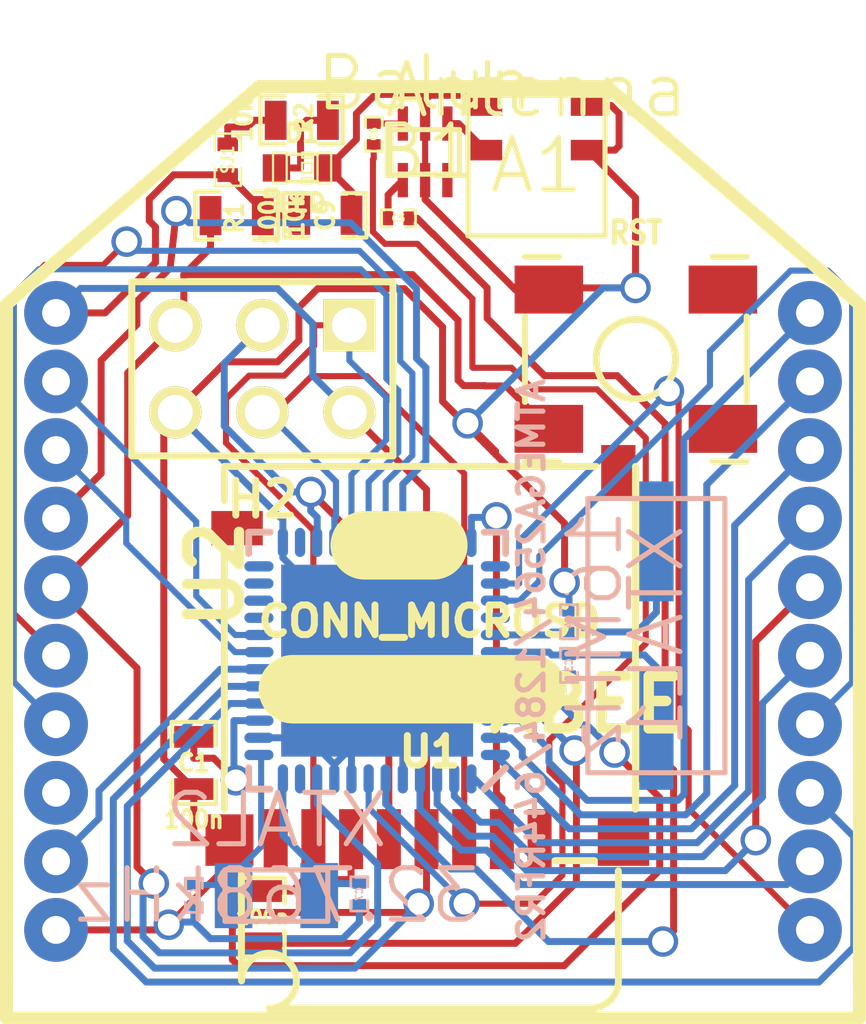
<source format=kicad_pcb>
(kicad_pcb (version 3) (host pcbnew "(2013-mar-13)-testing")

  (general
    (links 75)
    (no_connects 0)
    (area 135.750299 96.28 161.429701 126.377701)
    (thickness 1.6)
    (drawings 0)
    (tracks 441)
    (zones 0)
    (modules 22)
    (nets 52)
  )

  (page A4)
  (layers
    (15 F.Cu signal)
    (0 B.Cu signal)
    (16 B.Adhes user hide)
    (17 F.Adhes user hide)
    (18 B.Paste user hide)
    (19 F.Paste user)
    (20 B.SilkS user)
    (21 F.SilkS user)
    (22 B.Mask user)
    (23 F.Mask user)
    (24 Dwgs.User user hide)
    (25 Cmts.User user hide)
    (26 Eco1.User user hide)
    (27 Eco2.User user hide)
    (28 Edge.Cuts user hide)
  )

  (setup
    (last_trace_width 0.2032)
    (trace_clearance 0.2032)
    (zone_clearance 0.508)
    (zone_45_only yes)
    (trace_min 0.1778)
    (segment_width 0.2)
    (edge_width 0.15)
    (via_size 0.889)
    (via_drill 0.635)
    (via_min_size 0.889)
    (via_min_drill 0.508)
    (uvia_size 0.508)
    (uvia_drill 0.127)
    (uvias_allowed yes)
    (uvia_min_size 0.508)
    (uvia_min_drill 0.127)
    (pcb_text_width 0.3)
    (pcb_text_size 1.5 1.5)
    (mod_edge_width 0.15)
    (mod_text_size 1.5 1.5)
    (mod_text_width 0.15)
    (pad_size 1.99898 1.39954)
    (pad_drill 0)
    (pad_to_mask_clearance 0.2)
    (aux_axis_origin 0 0)
    (visible_elements FFFFEF1F)
    (pcbplotparams
      (layerselection 3178497)
      (usegerberextensions true)
      (excludeedgelayer true)
      (linewidth 0.150000)
      (plotframeref false)
      (viasonmask false)
      (mode 1)
      (useauxorigin false)
      (hpglpennumber 1)
      (hpglpenspeed 20)
      (hpglpendiameter 15)
      (hpglpenoverlay 2)
      (psnegative false)
      (psa4output false)
      (plotreference true)
      (plotvalue true)
      (plotothertext true)
      (plotinvisibletext false)
      (padsonsilk false)
      (subtractmaskfromsilk false)
      (outputformat 1)
      (mirror false)
      (drillshape 1)
      (scaleselection 1)
      (outputdirectory ""))
  )

  (net 0 "")
  (net 1 +3.3V)
  (net 2 GND)
  (net 3 MISO)
  (net 4 MOSI)
  (net 5 N-0000016)
  (net 6 N-0000017)
  (net 7 N-0000018)
  (net 8 N-0000019)
  (net 9 N-0000020)
  (net 10 N-0000024)
  (net 11 N-0000025)
  (net 12 N-0000026)
  (net 13 N-0000028)
  (net 14 N-0000029)
  (net 15 N-0000032)
  (net 16 N-0000033)
  (net 17 N-0000037)
  (net 18 N-0000038)
  (net 19 N-0000039)
  (net 20 N-000004)
  (net 21 N-0000040)
  (net 22 N-0000041)
  (net 23 N-0000042)
  (net 24 N-0000043)
  (net 25 N-0000044)
  (net 26 N-0000045)
  (net 27 N-0000046)
  (net 28 N-000005)
  (net 29 N-0000050)
  (net 30 N-0000051)
  (net 31 N-000006)
  (net 32 PB4)
  (net 33 PB5)
  (net 34 PB6)
  (net 35 PE2)
  (net 36 PE3)
  (net 37 PE4)
  (net 38 PE5)
  (net 39 PF0)
  (net 40 PF1)
  (net 41 PF2)
  (net 42 PF3/4)
  (net 43 PF5)
  (net 44 PF6)
  (net 45 PF7)
  (net 46 RX)
  (net 47 Reset)
  (net 48 SCK)
  (net 49 SCL)
  (net 50 SDA)
  (net 51 TX)

  (net_class Default "This is the default net class."
    (clearance 0.2032)
    (trace_width 0.2032)
    (via_dia 0.889)
    (via_drill 0.635)
    (uvia_dia 0.508)
    (uvia_drill 0.127)
    (add_net "")
    (add_net +3.3V)
    (add_net GND)
    (add_net N-0000017)
    (add_net N-0000018)
    (add_net N-0000019)
    (add_net N-0000020)
    (add_net N-0000024)
    (add_net N-0000025)
    (add_net N-0000026)
    (add_net N-0000028)
    (add_net N-0000029)
    (add_net N-0000032)
    (add_net N-0000033)
    (add_net N-0000037)
    (add_net N-0000038)
    (add_net N-0000039)
    (add_net N-000004)
    (add_net N-0000040)
    (add_net N-0000041)
    (add_net N-0000042)
    (add_net N-0000043)
    (add_net N-0000044)
    (add_net N-0000045)
    (add_net N-0000046)
    (add_net N-000005)
    (add_net N-0000051)
    (add_net N-000006)
    (add_net PB6)
    (add_net PE2)
    (add_net PF0)
    (add_net PF1)
    (add_net PF2)
    (add_net PF3/4)
    (add_net PF5)
    (add_net PF6)
    (add_net PF7)
    (add_net Reset)
    (add_net SCK)
    (add_net SCL)
    (add_net SDA)
  )

  (net_class uCPad ""
    (clearance 0.1778)
    (trace_width 0.1778)
    (via_dia 0.889)
    (via_drill 0.635)
    (uvia_dia 0.508)
    (uvia_drill 0.127)
    (add_net MISO)
    (add_net MOSI)
    (add_net N-0000016)
    (add_net N-0000050)
    (add_net PB4)
    (add_net PB5)
    (add_net PE3)
    (add_net PE4)
    (add_net PE5)
    (add_net RX)
    (add_net TX)
  )

  (module Switch_SMT_EVQ (layer F.Cu) (tedit 51C3E7B6) (tstamp 51C3A765)
    (at 154.51 106.76)
    (descr "EVQ-Q2F03W Compatible")
    (tags "Switch SMT")
    (path /51BB1BEA)
    (attr smd)
    (fp_text reference SW1 (at 0 0) (layer F.SilkS) hide
      (effects (font (size 0.7112 0.4572) (thickness 0.1016)))
    )
    (fp_text value RST (at 0 -3.683) (layer F.SilkS)
      (effects (font (size 0.6604 0.5588) (thickness 0.1397)))
    )
    (fp_line (start -2.24028 2.98704) (end -3.23596 2.98704) (layer F.SilkS) (width 0.1778))
    (fp_line (start 3.23596 2.98704) (end 2.24028 2.98704) (layer F.SilkS) (width 0.1778))
    (fp_line (start -3.23596 -2.98704) (end -2.24028 -2.98704) (layer F.SilkS) (width 0.1778))
    (fp_line (start 3.23596 -2.98704) (end 2.24028 -2.98704) (layer F.SilkS) (width 0.1778))
    (fp_line (start -3.23596 -1.2446) (end -3.23596 1.2446) (layer F.SilkS) (width 0.1778))
    (fp_line (start 3.23596 1.2446) (end 3.23596 -1.2446) (layer F.SilkS) (width 0.1778))
    (fp_circle (center 0 0) (end 1.143 0.1905) (layer F.SilkS) (width 0.2032))
    (pad "" smd rect (at 2.54 -2.032) (size 1.99898 1.39954)
      (layers F.Cu F.Paste F.Mask)
    )
    (pad "" smd rect (at 2.54 2.032) (size 1.99898 1.39954)
      (layers F.Cu F.Paste F.Mask)
    )
    (pad 1 smd rect (at -2.54 -2.032) (size 1.99898 1.39954)
      (layers F.Cu F.Paste F.Mask)
      (net 2 GND)
    )
    (pad 2 smd rect (at -2.54 2.032) (size 1.99898 1.39954)
      (layers F.Cu F.Paste F.Mask)
      (net 47 Reset)
    )
  )

  (module Memory_Card_microSD_DM3D-SF-NCPads (layer F.Cu) (tedit 51C16CE3) (tstamp 51BB2D3E)
    (at 148.5 121.39)
    (tags "Hirose DM3D-SF CONN microSD R/A Push-Pull SMD")
    (path /51BAA75F)
    (attr smd)
    (fp_text reference U1 (at 0 -3.175) (layer F.SilkS)
      (effects (font (size 0.8636 0.8636) (thickness 0.2032)))
    )
    (fp_text value CONN_MICROSD (at 0 -6.985) (layer F.SilkS)
      (effects (font (size 0.8636 0.8636) (thickness 0.2032)))
    )
    (fp_line (start -5.99948 -11.50112) (end 4.84886 -11.50112) (layer F.SilkS) (width 0.2032))
    (fp_arc (start -4.69646 3.5052) (end -5.49656 3.5052) (angle 270) (layer F.SilkS) (width 0.2032))
    (fp_line (start -5.99948 -7.00024) (end -5.99948 -8.99922) (layer F.SilkS) (width 0.2032))
    (fp_line (start 5.99948 -9.6012) (end 5.99948 -1.50114) (layer F.SilkS) (width 0.2032))
    (fp_line (start 5.4991 3.50012) (end 5.4991 0.29972) (layer F.SilkS) (width 0.2032))
    (fp_line (start -4.699 4.30022) (end 4.699 4.30022) (layer F.SilkS) (width 0.2032))
    (fp_line (start -5.4991 3.50012) (end -5.4991 0.29972) (layer F.SilkS) (width 0.2032))
    (fp_arc (start 4.70154 3.50266) (end 5.50164 3.50266) (angle 90) (layer F.SilkS) (width 0.2032))
    (fp_line (start 4.8006 0) (end 3.64998 0) (layer F.SilkS) (width 0.2032))
    (fp_line (start 5.99948 -9.99998) (end 5.99948 -9.64946) (layer F.SilkS) (width 0.2032))
    (fp_line (start 5.99948 -9.99998) (end 5.99948 -11.50112) (layer F.SilkS) (width 0.2032))
    (fp_line (start -5.99948 -10.50036) (end -5.99948 -11.50112) (layer F.SilkS) (width 0.2032))
    (fp_line (start -5.99948 -1.50114) (end -5.99948 -7.00024) (layer F.SilkS) (width 0.2032))
    (fp_line (start -1.89992 -9.19988) (end 0.09906 -9.19988) (layer F.SilkS) (width 1.99898))
    (fp_line (start 2.99974 -5.00126) (end -4.0005 -5.00126) (layer F.SilkS) (width 1.99898))
    (pad 1 smd rect (at 3.2004 -0.62738) (size 0.70104 1.75006)
      (layers F.Cu F.Paste F.Mask)
      (net 28 N-000005)
    )
    (pad 2 smd rect (at 2.10058 -0.62738) (size 0.70104 1.75006)
      (layers F.Cu F.Paste F.Mask)
      (net 35 PE2)
    )
    (pad 3 smd rect (at 1.00076 -0.62738) (size 0.70104 1.75006)
      (layers F.Cu F.Paste F.Mask)
      (net 4 MOSI)
    )
    (pad 4 smd rect (at -0.09906 -0.62738) (size 0.70104 1.75006)
      (layers F.Cu F.Paste F.Mask)
      (net 1 +3.3V)
    )
    (pad 5 smd rect (at -1.19888 -0.62738) (size 0.70104 1.75006)
      (layers F.Cu F.Paste F.Mask)
      (net 48 SCK)
    )
    (pad 6 smd rect (at -2.30124 -0.62738) (size 0.70104 1.75006)
      (layers F.Cu F.Paste F.Mask)
      (net 2 GND)
    )
    (pad 7 smd rect (at -3.40106 -0.62738) (size 0.70104 1.75006)
      (layers F.Cu F.Paste F.Mask)
      (net 3 MISO)
    )
    (pad 8 smd rect (at -4.50088 -0.62738) (size 0.70104 1.75006)
      (layers F.Cu F.Paste F.Mask)
      (net 31 N-000006)
    )
    (pad 10 smd rect (at 5.64896 -0.59944) (size 1.50114 1.50114)
      (layers F.Cu F.Paste F.Mask)
    )
    (pad 9 smd rect (at -5.84962 -0.59944) (size 1.39954 1.50114)
      (layers F.Cu F.Paste F.Mask)
      (net 2 GND)
    )
    (pad 10 smd rect (at -5.62864 -9.70026) (size 1.50114 1.00076)
      (layers F.Cu F.Paste F.Mask)
    )
    (pad 10 smd rect (at 5.4991 -11.35126) (size 1.00076 1.5494)
      (layers F.Cu F.Paste F.Mask)
    )
  )

  (module XBee_Board (layer F.Cu) (tedit 51BF01EB) (tstamp 51C06545)
    (at 148.59 105.41)
    (path /51BAD430)
    (fp_text reference U2 (at -6.35 7.62 90) (layer F.SilkS)
      (effects (font (thickness 0.3048)))
    )
    (fp_text value XBEE (at 4.445 11.43) (layer F.SilkS)
      (effects (font (thickness 0.3048)))
    )
    (fp_line (start -12.446 19.558) (end -12.446 20.574) (layer F.SilkS) (width 0.381))
    (fp_line (start 12.446 19.558) (end 12.446 20.574) (layer F.SilkS) (width 0.381))
    (fp_line (start -12.446 19.558) (end -12.446 -0.254) (layer F.SilkS) (width 0.381))
    (fp_line (start 12.446 0) (end 12.446 -0.254) (layer F.SilkS) (width 0.381))
    (fp_line (start 12.446 19.558) (end 12.446 0) (layer F.SilkS) (width 0.381))
    (fp_line (start -12.446 20.574) (end 12.446 20.574) (layer F.SilkS) (width 0.381))
    (fp_line (start 12.446 -0.254) (end 5.08 -6.604) (layer F.SilkS) (width 0.381))
    (fp_line (start -12.446 -0.254) (end -5.08 -6.604) (layer F.SilkS) (width 0.381))
    (fp_line (start -5.08 -6.604) (end 5.08 -6.604) (layer F.SilkS) (width 0.381))
    (pad 20 thru_hole circle (at 11.00074 0) (size 1.85928 1.85928) (drill 0.8128)
      (layers *.Cu)
      (net 39 PF0)
    )
    (pad 16 thru_hole circle (at 11.00074 8.001) (size 1.85928 1.85928) (drill 0.8128)
      (layers *.Cu)
      (net 44 PF6)
    )
    (pad 14 thru_hole circle (at 11.00074 11.99896) (size 1.85928 1.85928) (drill 0.8128)
      (layers *.Cu)
      (net 38 PE5)
    )
    (pad 15 thru_hole circle (at 11.00074 9.99998) (size 1.85928 1.85928) (drill 0.8128)
      (layers *.Cu)
      (net 43 PF5)
    )
    (pad 18 thru_hole circle (at 11.00074 4.0005) (size 1.85928 1.85928) (drill 0.8128)
      (layers *.Cu)
      (net 41 PF2)
    )
    (pad 17 thru_hole circle (at 11.00074 5.99948) (size 1.85928 1.85928) (drill 0.8128)
      (layers *.Cu)
      (net 42 PF3/4)
    )
    (pad 19 thru_hole circle (at 11.00074 1.99898) (size 1.85928 1.85928) (drill 0.8128)
      (layers *.Cu)
      (net 40 PF1)
    )
    (pad 12 thru_hole circle (at 11.00074 15.99946) (size 1.85928 1.85928) (drill 0.8128)
      (layers *.Cu)
      (net 45 PF7)
    )
    (pad 11 thru_hole circle (at 11.00074 18.00098) (size 1.85928 1.85928) (drill 0.8128)
      (layers *.Cu)
      (net 37 PE4)
    )
    (pad 13 thru_hole circle (at 11.00074 14.00048) (size 1.85928 1.85928) (drill 0.8128)
      (layers *.Cu)
      (net 49 SCL)
    )
    (pad 8 thru_hole circle (at -11.00074 14.00048) (size 1.85928 1.85928) (drill 0.8128)
      (layers *.Cu)
      (net 10 N-0000024)
    )
    (pad 10 thru_hole circle (at -11.00074 18.00098) (size 1.85928 1.85928) (drill 0.8128)
      (layers *.Cu)
      (net 2 GND)
    )
    (pad 9 thru_hole circle (at -11.00074 15.99946) (size 1.85928 1.85928) (drill 0.8128)
      (layers *.Cu)
      (net 50 SDA)
    )
    (pad 2 thru_hole circle (at -11.00074 1.99898) (size 1.85928 1.85928) (drill 0.8128)
      (layers *.Cu)
      (net 51 TX)
    )
    (pad 4 thru_hole circle (at -11.00074 5.99948) (size 1.85928 1.85928) (drill 0.8128)
      (layers *.Cu)
      (net 34 PB6)
    )
    (pad 3 thru_hole circle (at -11.00074 4.0005) (size 1.85928 1.85928) (drill 0.8128)
      (layers *.Cu)
      (net 46 RX)
    )
    (pad 6 thru_hole circle (at -11.00074 9.99998) (size 1.85928 1.85928) (drill 0.8128)
      (layers *.Cu)
      (net 33 PB5)
    )
    (pad 7 thru_hole circle (at -11.00074 11.99896) (size 1.85928 1.85928) (drill 0.8128)
      (layers *.Cu)
      (net 32 PB4)
    )
    (pad 5 thru_hole circle (at -11.00074 8.001) (size 1.85928 1.85928) (drill 0.8128)
      (layers *.Cu)
      (net 47 Reset)
    )
    (pad 1 thru_hole circle (at -11.00074 0) (size 1.85928 1.85928) (drill 0.8128)
      (layers *.Cu)
      (net 1 +3.3V)
    )
    (model Radio/Xbee_patch.wrl
      (at (xyz 0 0 0))
      (scale (xyz 1 1 1))
      (rotate (xyz 270 0 0))
    )
  )

  (module 0603_Opendous (layer F.Cu) (tedit 4D41427C) (tstamp 51BB2BFF)
    (at 143.61 123.04 270)
    (path /51BB0317)
    (attr smd)
    (fp_text reference C2 (at 0.32512 0 360) (layer F.SilkS) hide
      (effects (font (size 0.127 0.127) (thickness 0.00254)))
    )
    (fp_text value 100n (at 0 0 360) (layer F.SilkS)
      (effects (font (size 0.4064 0.4064) (thickness 0.1016)))
    )
    (fp_line (start -0.39878 -0.65024) (end -1.15062 -0.65024) (layer F.SilkS) (width 0.127))
    (fp_line (start -1.15062 -0.65024) (end -1.15062 0.65024) (layer F.SilkS) (width 0.127))
    (fp_line (start -1.15062 0.65024) (end -0.39878 0.65024) (layer F.SilkS) (width 0.127))
    (fp_line (start 1.15062 -0.65024) (end 1.15062 0.65024) (layer F.SilkS) (width 0.127))
    (fp_line (start 1.15062 -0.65024) (end 0.39878 -0.65024) (layer F.SilkS) (width 0.127))
    (fp_line (start 1.15062 0.65024) (end 0.39878 0.65024) (layer F.SilkS) (width 0.127))
    (pad 1 smd rect (at -0.762 0 270) (size 0.635 1.143)
      (layers F.Cu F.Paste F.Mask)
      (net 2 GND)
    )
    (pad 2 smd rect (at 0.762 0 270) (size 0.635 1.143)
      (layers F.Cu F.Paste F.Mask)
      (net 24 N-0000043)
    )
    (model smd/chip_cms.wrl
      (at (xyz 0 0 0))
      (scale (xyz 0.08 0.08 0.08))
      (rotate (xyz 0 0 0))
    )
  )

  (module SM0603_Resistor (layer F.Cu) (tedit 5051B21B) (tstamp 51C2E21D)
    (at 142.86 102.57 180)
    (path /51BB1C5E)
    (attr smd)
    (fp_text reference R1 (at 0.0635 -0.0635 270) (layer F.SilkS)
      (effects (font (size 0.50038 0.4572) (thickness 0.1143)))
    )
    (fp_text value 10k (at -1.69926 0 270) (layer F.SilkS)
      (effects (font (size 0.508 0.4572) (thickness 0.1143)))
    )
    (fp_line (start -0.50038 -0.6985) (end -1.2065 -0.6985) (layer F.SilkS) (width 0.127))
    (fp_line (start -1.2065 -0.6985) (end -1.2065 0.6985) (layer F.SilkS) (width 0.127))
    (fp_line (start -1.2065 0.6985) (end -0.50038 0.6985) (layer F.SilkS) (width 0.127))
    (fp_line (start 1.2065 -0.6985) (end 0.50038 -0.6985) (layer F.SilkS) (width 0.127))
    (fp_line (start 1.2065 -0.6985) (end 1.2065 0.6985) (layer F.SilkS) (width 0.127))
    (fp_line (start 1.2065 0.6985) (end 0.50038 0.6985) (layer F.SilkS) (width 0.127))
    (pad 1 smd rect (at -0.762 0 180) (size 0.635 1.143)
      (layers F.Cu F.Paste F.Mask)
      (net 1 +3.3V)
    )
    (pad 2 smd rect (at 0.762 0 180) (size 0.635 1.143)
      (layers F.Cu F.Paste F.Mask)
      (net 47 Reset)
    )
    (model smd\resistors\R0603.wrl
      (at (xyz 0 0 0.001))
      (scale (xyz 0.5 0.5 0.5))
      (rotate (xyz 0 0 0))
    )
  )

  (module CSM-3X (layer B.Cu) (tedit 51BEAA3B) (tstamp 51BF8445)
    (at 155.11 114.825 270)
    (path /51BB0547)
    (fp_text reference XTAL1 (at 0 0 270) (layer B.SilkS)
      (effects (font (size 1.5 1.5) (thickness 0.15)) (justify mirror))
    )
    (fp_text value 16MHz (at 0 1.8 270) (layer B.SilkS)
      (effects (font (size 1.5 1.5) (thickness 0.15)) (justify mirror))
    )
    (fp_line (start -4 2) (end 4 2) (layer B.SilkS) (width 0.15))
    (fp_line (start 4 2) (end 4 -2) (layer B.SilkS) (width 0.15))
    (fp_line (start 4 -2) (end -4 -2) (layer B.SilkS) (width 0.15))
    (fp_line (start -4 -2) (end -4 2) (layer B.SilkS) (width 0.15))
    (pad 1 smd rect (at -2.75 0 270) (size 3.5 1)
      (layers B.Cu B.Paste B.Mask)
      (net 26 N-0000045)
    )
    (pad 2 smd rect (at 2.75 0 270) (size 3.5 1)
      (layers B.Cu B.Paste B.Mask)
      (net 25 N-0000044)
    )
  )

  (module 2450AT18D0100 (layer F.Cu) (tedit 51BF0027) (tstamp 51C1B5FC)
    (at 151.61 101.11)
    (path /51BF012F)
    (fp_text reference A1 (at 0 0) (layer F.SilkS)
      (effects (font (size 1.5 1.5) (thickness 0.15)))
    )
    (fp_text value Antenna (at 0 -2.2) (layer F.SilkS)
      (effects (font (size 1.5 1.5) (thickness 0.15)))
    )
    (fp_line (start -2 0) (end -2 -2.05) (layer F.SilkS) (width 0.15))
    (fp_line (start -2 -2.05) (end 2 -2.05) (layer F.SilkS) (width 0.15))
    (fp_line (start 2 -2.05) (end 2 2.05) (layer F.SilkS) (width 0.15))
    (fp_line (start 2 2.05) (end -2 2.05) (layer F.SilkS) (width 0.15))
    (fp_line (start -2 2.05) (end -2 0) (layer F.SilkS) (width 0.15))
    (pad 1 smd rect (at -1.5 -0.45) (size 1 0.6)
      (layers F.Cu F.Paste F.Mask)
      (net 9 N-0000020)
    )
    (pad 2 smd rect (at 1.5 -0.45) (size 1 0.6)
      (layers F.Cu F.Paste F.Mask)
      (net 2 GND)
    )
    (pad 2 smd rect (at 1.5 -1.75) (size 1 0.6)
      (layers F.Cu F.Paste F.Mask)
      (net 2 GND)
    )
    (pad 2 smd rect (at -1.5 -1.75) (size 1 0.6)
      (layers F.Cu F.Paste F.Mask)
      (net 2 GND)
    )
  )

  (module "Wuerth 748421245" (layer F.Cu) (tedit 51BEB766) (tstamp 51C1B60A)
    (at 148.36 100.71)
    (path /51BB20BE)
    (fp_text reference B1 (at 0 0) (layer F.SilkS)
      (effects (font (size 1.5 1.5) (thickness 0.15)))
    )
    (fp_text value Balun (at 0 -2) (layer F.SilkS)
      (effects (font (size 1.5 1.5) (thickness 0.15)))
    )
    (fp_line (start -1 -0.65) (end 1 -0.65) (layer F.SilkS) (width 0.15))
    (fp_line (start 1 -0.65) (end 1 0.65) (layer F.SilkS) (width 0.15))
    (fp_line (start 1 0.65) (end -1 0.65) (layer F.SilkS) (width 0.15))
    (fp_line (start -1 0.65) (end -1 -0.65) (layer F.SilkS) (width 0.15))
    (pad 1 smd rect (at 0.65 -0.825) (size 0.3 1)
      (layers F.Cu F.Paste F.Mask)
      (net 9 N-0000020)
    )
    (pad 2 smd rect (at 0 -0.825) (size 0.3 1)
      (layers F.Cu F.Paste F.Mask)
      (net 2 GND)
    )
    (pad 3 smd rect (at -0.65 -0.825) (size 0.3 1)
      (layers F.Cu F.Paste F.Mask)
      (net 8 N-0000019)
    )
    (pad 4 smd rect (at -0.65 0.825) (size 0.3 1)
      (layers F.Cu F.Paste F.Mask)
      (net 7 N-0000018)
    )
    (pad 5 smd rect (at 0 0.825) (size 0.3 1)
      (layers F.Cu F.Paste F.Mask)
      (net 2 GND)
    )
    (pad 6 smd rect (at 0.65 0.825) (size 0.3 1)
      (layers F.Cu F.Paste F.Mask)
      (net 20 N-000004)
    )
  )

  (module SM0603_Capa (layer F.Cu) (tedit 5051B1EC) (tstamp 51C262A1)
    (at 141.61 118.54 90)
    (path /51BB02F2)
    (attr smd)
    (fp_text reference C1 (at 0 0 180) (layer F.SilkS)
      (effects (font (size 0.508 0.4572) (thickness 0.1143)))
    )
    (fp_text value 100n (at -1.651 0 180) (layer F.SilkS)
      (effects (font (size 0.508 0.4572) (thickness 0.1143)))
    )
    (fp_line (start 0.50038 0.65024) (end 1.19888 0.65024) (layer F.SilkS) (width 0.11938))
    (fp_line (start -0.50038 0.65024) (end -1.19888 0.65024) (layer F.SilkS) (width 0.11938))
    (fp_line (start 0.50038 -0.65024) (end 1.19888 -0.65024) (layer F.SilkS) (width 0.11938))
    (fp_line (start -1.19888 -0.65024) (end -0.50038 -0.65024) (layer F.SilkS) (width 0.11938))
    (fp_line (start 1.19888 -0.635) (end 1.19888 0.635) (layer F.SilkS) (width 0.11938))
    (fp_line (start -1.19888 0.635) (end -1.19888 -0.635) (layer F.SilkS) (width 0.11938))
    (pad 1 smd rect (at -0.762 0 90) (size 0.635 1.143)
      (layers F.Cu F.Paste F.Mask)
      (net 2 GND)
    )
    (pad 2 smd rect (at 0.762 0 90) (size 0.635 1.143)
      (layers F.Cu F.Paste F.Mask)
      (net 27 N-0000046)
    )
    (model smd\capacitors\C0603.wrl
      (at (xyz 0 0 0.001))
      (scale (xyz 0.5 0.5 0.5))
      (rotate (xyz 0 0 0))
    )
  )

  (module SM0201_r (layer B.Cu) (tedit 5141B606) (tstamp 51C1B623)
    (at 146.44 122.36 270)
    (path /51BE8D06)
    (attr smd)
    (fp_text reference C7 (at 0 0 270) (layer B.SilkS)
      (effects (font (size 0.2 0.2) (thickness 0.05)) (justify mirror))
    )
    (fp_text value 22p (at 0 0 270) (layer B.SilkS) hide
      (effects (font (size 0.2 0.2) (thickness 0.05)) (justify mirror))
    )
    (fp_line (start 0.2 0.25) (end 0.45 0.25) (layer B.SilkS) (width 0.08))
    (fp_line (start 0.45 0.25) (end 0.5 0.25) (layer B.SilkS) (width 0.08))
    (fp_line (start 0.5 0.25) (end 0.5 -0.25) (layer B.SilkS) (width 0.08))
    (fp_line (start 0.5 -0.25) (end 0.2 -0.25) (layer B.SilkS) (width 0.08))
    (fp_line (start -0.2 0.25) (end -0.5 0.25) (layer B.SilkS) (width 0.08))
    (fp_line (start -0.5 0.25) (end -0.5 -0.25) (layer B.SilkS) (width 0.08))
    (fp_line (start -0.5 -0.25) (end -0.2 -0.25) (layer B.SilkS) (width 0.08))
    (pad 1 smd rect (at -0.3 0 270) (size 0.3 0.4)
      (layers B.Cu B.Paste B.Mask)
      (net 6 N-0000017)
    )
    (pad 2 smd rect (at 0.3 0 270) (size 0.3 0.4)
      (layers B.Cu B.Paste B.Mask)
      (net 2 GND)
    )
    (model smd/resistors/R0201.wrl
      (at (xyz 0 0 0))
      (scale (xyz 0.18 0.18 0.18))
      (rotate (xyz 0 0 0))
    )
  )

  (module SM0201_r (layer B.Cu) (tedit 5141B606) (tstamp 51C1B630)
    (at 141.61 122.4 270)
    (path /51BE8D1F)
    (attr smd)
    (fp_text reference C8 (at 0 0 270) (layer B.SilkS)
      (effects (font (size 0.2 0.2) (thickness 0.05)) (justify mirror))
    )
    (fp_text value 22p (at 0 0 270) (layer B.SilkS) hide
      (effects (font (size 0.2 0.2) (thickness 0.05)) (justify mirror))
    )
    (fp_line (start 0.2 0.25) (end 0.45 0.25) (layer B.SilkS) (width 0.08))
    (fp_line (start 0.45 0.25) (end 0.5 0.25) (layer B.SilkS) (width 0.08))
    (fp_line (start 0.5 0.25) (end 0.5 -0.25) (layer B.SilkS) (width 0.08))
    (fp_line (start 0.5 -0.25) (end 0.2 -0.25) (layer B.SilkS) (width 0.08))
    (fp_line (start -0.2 0.25) (end -0.5 0.25) (layer B.SilkS) (width 0.08))
    (fp_line (start -0.5 0.25) (end -0.5 -0.25) (layer B.SilkS) (width 0.08))
    (fp_line (start -0.5 -0.25) (end -0.2 -0.25) (layer B.SilkS) (width 0.08))
    (pad 1 smd rect (at -0.3 0 270) (size 0.3 0.4)
      (layers B.Cu B.Paste B.Mask)
      (net 5 N-0000016)
    )
    (pad 2 smd rect (at 0.3 0 270) (size 0.3 0.4)
      (layers B.Cu B.Paste B.Mask)
      (net 2 GND)
    )
    (model smd/resistors/R0201.wrl
      (at (xyz 0 0 0))
      (scale (xyz 0.18 0.18 0.18))
      (rotate (xyz 0 0 0))
    )
  )

  (module pin_array_3x2 (layer F.Cu) (tedit 42931587) (tstamp 51C3EE38)
    (at 143.61 107.04 180)
    (descr "Double rangee de contacts 2 x 4 pins")
    (tags CONN)
    (path /51BE9A19)
    (fp_text reference H2 (at 0 -3.81 180) (layer F.SilkS)
      (effects (font (size 1.016 1.016) (thickness 0.2032)))
    )
    (fp_text value ICSP (at 0 3.81 180) (layer F.SilkS) hide
      (effects (font (size 1.016 1.016) (thickness 0.2032)))
    )
    (fp_line (start 3.81 2.54) (end -3.81 2.54) (layer F.SilkS) (width 0.2032))
    (fp_line (start -3.81 -2.54) (end 3.81 -2.54) (layer F.SilkS) (width 0.2032))
    (fp_line (start 3.81 -2.54) (end 3.81 2.54) (layer F.SilkS) (width 0.2032))
    (fp_line (start -3.81 2.54) (end -3.81 -2.54) (layer F.SilkS) (width 0.2032))
    (pad 1 thru_hole rect (at -2.54 1.27 180) (size 1.524 1.524) (drill 1.016)
      (layers *.Cu *.Mask F.SilkS)
      (net 3 MISO)
    )
    (pad 2 thru_hole circle (at -2.54 -1.27 180) (size 1.524 1.524) (drill 1.016)
      (layers *.Cu *.Mask F.SilkS)
      (net 1 +3.3V)
    )
    (pad 3 thru_hole circle (at 0 1.27 180) (size 1.524 1.524) (drill 1.016)
      (layers *.Cu *.Mask F.SilkS)
      (net 48 SCK)
    )
    (pad 4 thru_hole circle (at 0 -1.27 180) (size 1.524 1.524) (drill 1.016)
      (layers *.Cu *.Mask F.SilkS)
      (net 4 MOSI)
    )
    (pad 5 thru_hole circle (at 2.54 1.27 180) (size 1.524 1.524) (drill 1.016)
      (layers *.Cu *.Mask F.SilkS)
      (net 47 Reset)
    )
    (pad 6 thru_hole circle (at 2.54 -1.27 180) (size 1.524 1.524) (drill 1.016)
      (layers *.Cu *.Mask F.SilkS)
      (net 2 GND)
    )
    (model pin_array/pins_array_3x2.wrl
      (at (xyz 0 0 0))
      (scale (xyz 1 1 1))
      (rotate (xyz 0 0 0))
    )
  )

  (module SM0603_Resistor (layer F.Cu) (tedit 5051B21B) (tstamp 51C2DF99)
    (at 144.76 99.79)
    (path /51BB1522)
    (attr smd)
    (fp_text reference R2 (at 0.0635 -0.0635 90) (layer F.SilkS)
      (effects (font (size 0.50038 0.4572) (thickness 0.1143)))
    )
    (fp_text value 10k (at -1.69926 0 90) (layer F.SilkS)
      (effects (font (size 0.508 0.4572) (thickness 0.1143)))
    )
    (fp_line (start -0.50038 -0.6985) (end -1.2065 -0.6985) (layer F.SilkS) (width 0.127))
    (fp_line (start -1.2065 -0.6985) (end -1.2065 0.6985) (layer F.SilkS) (width 0.127))
    (fp_line (start -1.2065 0.6985) (end -0.50038 0.6985) (layer F.SilkS) (width 0.127))
    (fp_line (start 1.2065 -0.6985) (end 0.50038 -0.6985) (layer F.SilkS) (width 0.127))
    (fp_line (start 1.2065 -0.6985) (end 1.2065 0.6985) (layer F.SilkS) (width 0.127))
    (fp_line (start 1.2065 0.6985) (end 0.50038 0.6985) (layer F.SilkS) (width 0.127))
    (pad 1 smd rect (at -0.762 0) (size 0.635 1.143)
      (layers F.Cu F.Paste F.Mask)
      (net 11 N-0000025)
    )
    (pad 2 smd rect (at 0.762 0) (size 0.635 1.143)
      (layers F.Cu F.Paste F.Mask)
      (net 12 N-0000026)
    )
    (model smd\resistors\R0603.wrl
      (at (xyz 0 0 0.001))
      (scale (xyz 0.5 0.5 0.5))
      (rotate (xyz 0 0 0))
    )
  )

  (module SM0402 (layer F.Cu) (tedit 50A4E0BA) (tstamp 51C1B656)
    (at 142.6 100.94 90)
    (path /51C12882)
    (attr smd)
    (fp_text reference SJ1 (at 0 0 90) (layer F.SilkS)
      (effects (font (size 0.35052 0.3048) (thickness 0.07112)))
    )
    (fp_text value SMTJPR (at 0.09906 0 90) (layer F.SilkS) hide
      (effects (font (size 0.35052 0.3048) (thickness 0.07112)))
    )
    (fp_line (start -0.254 -0.381) (end -0.762 -0.381) (layer F.SilkS) (width 0.07112))
    (fp_line (start -0.762 -0.381) (end -0.762 0.381) (layer F.SilkS) (width 0.07112))
    (fp_line (start -0.762 0.381) (end -0.254 0.381) (layer F.SilkS) (width 0.07112))
    (fp_line (start 0.254 -0.381) (end 0.762 -0.381) (layer F.SilkS) (width 0.07112))
    (fp_line (start 0.762 -0.381) (end 0.762 0.381) (layer F.SilkS) (width 0.07112))
    (fp_line (start 0.762 0.381) (end 0.254 0.381) (layer F.SilkS) (width 0.07112))
    (pad 1 smd rect (at -0.44958 0 90) (size 0.39878 0.59944)
      (layers F.Cu F.Paste F.Mask)
      (net 1 +3.3V)
    )
    (pad 2 smd rect (at 0.44958 0 90) (size 0.39878 0.59944)
      (layers F.Cu F.Paste F.Mask)
      (net 11 N-0000025)
    )
    (model smd\chip_cms.wrl
      (at (xyz 0 0 0.002))
      (scale (xyz 0.05 0.05 0.05))
      (rotate (xyz 0 0 0))
    )
  )

  (module SM0201_r (layer B.Cu) (tedit 5141B606) (tstamp 51BB2C13)
    (at 152.56 114.42 90)
    (path /51BB05DD)
    (attr smd)
    (fp_text reference C4 (at 0 0 90) (layer B.SilkS)
      (effects (font (size 0.2 0.2) (thickness 0.05)) (justify mirror))
    )
    (fp_text value 39p (at 0 0 90) (layer B.SilkS) hide
      (effects (font (size 0.2 0.2) (thickness 0.05)) (justify mirror))
    )
    (fp_line (start 0.2 0.25) (end 0.45 0.25) (layer B.SilkS) (width 0.08))
    (fp_line (start 0.45 0.25) (end 0.5 0.25) (layer B.SilkS) (width 0.08))
    (fp_line (start 0.5 0.25) (end 0.5 -0.25) (layer B.SilkS) (width 0.08))
    (fp_line (start 0.5 -0.25) (end 0.2 -0.25) (layer B.SilkS) (width 0.08))
    (fp_line (start -0.2 0.25) (end -0.5 0.25) (layer B.SilkS) (width 0.08))
    (fp_line (start -0.5 0.25) (end -0.5 -0.25) (layer B.SilkS) (width 0.08))
    (fp_line (start -0.5 -0.25) (end -0.2 -0.25) (layer B.SilkS) (width 0.08))
    (pad 1 smd rect (at -0.3 0 90) (size 0.3 0.4)
      (layers B.Cu B.Paste B.Mask)
      (net 26 N-0000045)
    )
    (pad 2 smd rect (at 0.3 0 90) (size 0.3 0.4)
      (layers B.Cu B.Paste B.Mask)
      (net 2 GND)
    )
    (model smd/resistors/R0201.wrl
      (at (xyz 0 0 0))
      (scale (xyz 0.18 0.18 0.18))
      (rotate (xyz 0 0 0))
    )
  )

  (module SM0201_r (layer B.Cu) (tedit 5141B606) (tstamp 51BB2C09)
    (at 152.56 115.69 270)
    (path /51BB05D0)
    (attr smd)
    (fp_text reference C3 (at 0 0 270) (layer B.SilkS)
      (effects (font (size 0.2 0.2) (thickness 0.05)) (justify mirror))
    )
    (fp_text value 39p (at 0 0 270) (layer B.SilkS) hide
      (effects (font (size 0.2 0.2) (thickness 0.05)) (justify mirror))
    )
    (fp_line (start 0.2 0.25) (end 0.45 0.25) (layer B.SilkS) (width 0.08))
    (fp_line (start 0.45 0.25) (end 0.5 0.25) (layer B.SilkS) (width 0.08))
    (fp_line (start 0.5 0.25) (end 0.5 -0.25) (layer B.SilkS) (width 0.08))
    (fp_line (start 0.5 -0.25) (end 0.2 -0.25) (layer B.SilkS) (width 0.08))
    (fp_line (start -0.2 0.25) (end -0.5 0.25) (layer B.SilkS) (width 0.08))
    (fp_line (start -0.5 0.25) (end -0.5 -0.25) (layer B.SilkS) (width 0.08))
    (fp_line (start -0.5 -0.25) (end -0.2 -0.25) (layer B.SilkS) (width 0.08))
    (pad 1 smd rect (at -0.3 0 270) (size 0.3 0.4)
      (layers B.Cu B.Paste B.Mask)
      (net 25 N-0000044)
    )
    (pad 2 smd rect (at 0.3 0 270) (size 0.3 0.4)
      (layers B.Cu B.Paste B.Mask)
      (net 2 GND)
    )
    (model smd/resistors/R0201.wrl
      (at (xyz 0 0 0))
      (scale (xyz 0.18 0.18 0.18))
      (rotate (xyz 0 0 0))
    )
  )

  (module SM0201_r (layer F.Cu) (tedit 5141B606) (tstamp 51BB2C23)
    (at 146.86 100.19 270)
    (path /51BB0A79)
    (attr smd)
    (fp_text reference C6 (at 0 0 270) (layer F.SilkS)
      (effects (font (size 0.2 0.2) (thickness 0.05)))
    )
    (fp_text value 22p (at 0 0 270) (layer F.SilkS) hide
      (effects (font (size 0.2 0.2) (thickness 0.05)))
    )
    (fp_line (start 0.2 -0.25) (end 0.45 -0.25) (layer F.SilkS) (width 0.08))
    (fp_line (start 0.45 -0.25) (end 0.5 -0.25) (layer F.SilkS) (width 0.08))
    (fp_line (start 0.5 -0.25) (end 0.5 0.25) (layer F.SilkS) (width 0.08))
    (fp_line (start 0.5 0.25) (end 0.2 0.25) (layer F.SilkS) (width 0.08))
    (fp_line (start -0.2 -0.25) (end -0.5 -0.25) (layer F.SilkS) (width 0.08))
    (fp_line (start -0.5 -0.25) (end -0.5 0.25) (layer F.SilkS) (width 0.08))
    (fp_line (start -0.5 0.25) (end -0.2 0.25) (layer F.SilkS) (width 0.08))
    (pad 1 smd rect (at -0.3 0 270) (size 0.3 0.4)
      (layers F.Cu F.Paste F.Mask)
      (net 8 N-0000019)
    )
    (pad 2 smd rect (at 0.3 0 270) (size 0.3 0.4)
      (layers F.Cu F.Paste F.Mask)
      (net 29 N-0000050)
    )
    (model smd/resistors/R0201.wrl
      (at (xyz 0 0 0))
      (scale (xyz 0.18 0.18 0.18))
      (rotate (xyz 0 0 0))
    )
  )

  (module SM0201_r (layer F.Cu) (tedit 5141B606) (tstamp 51BB2C1B)
    (at 147.58 102.65)
    (path /51BB0A6C)
    (attr smd)
    (fp_text reference C5 (at 0 0) (layer F.SilkS)
      (effects (font (size 0.2 0.2) (thickness 0.05)))
    )
    (fp_text value 22p (at 0 0) (layer F.SilkS) hide
      (effects (font (size 0.2 0.2) (thickness 0.05)))
    )
    (fp_line (start 0.2 -0.25) (end 0.45 -0.25) (layer F.SilkS) (width 0.08))
    (fp_line (start 0.45 -0.25) (end 0.5 -0.25) (layer F.SilkS) (width 0.08))
    (fp_line (start 0.5 -0.25) (end 0.5 0.25) (layer F.SilkS) (width 0.08))
    (fp_line (start 0.5 0.25) (end 0.2 0.25) (layer F.SilkS) (width 0.08))
    (fp_line (start -0.2 -0.25) (end -0.5 -0.25) (layer F.SilkS) (width 0.08))
    (fp_line (start -0.5 -0.25) (end -0.5 0.25) (layer F.SilkS) (width 0.08))
    (fp_line (start -0.5 0.25) (end -0.2 0.25) (layer F.SilkS) (width 0.08))
    (pad 1 smd rect (at -0.3 0) (size 0.3 0.4)
      (layers F.Cu F.Paste F.Mask)
      (net 7 N-0000018)
    )
    (pad 2 smd rect (at 0.3 0) (size 0.3 0.4)
      (layers F.Cu F.Paste F.Mask)
      (net 30 N-0000051)
    )
    (model smd/resistors/R0201.wrl
      (at (xyz 0 0 0))
      (scale (xyz 0.18 0.18 0.18))
      (rotate (xyz 0 0 0))
    )
  )

  (module QFN50P700X700-49N-MeshThingWPad (layer B.Cu) (tedit 51C150E8) (tstamp 51C2E1AE)
    (at 146.96 115.555 90)
    (path /51BB00C4)
    (attr smd)
    (fp_text reference IC1 (at 0 -4.7498 90) (layer B.SilkS) hide
      (effects (font (size 0.7493 0.7493) (thickness 0.14986)) (justify mirror))
    )
    (fp_text value ATMEGA2564/1284/644RFR2 (at 0 4.50088 90) (layer B.SilkS)
      (effects (font (size 0.7493 0.7493) (thickness 0.14986)) (justify mirror))
    )
    (fp_line (start -3.1242 -3.74904) (end -3.74904 -3.74904) (layer B.SilkS) (width 0.20066))
    (fp_line (start -3.74904 -3.74904) (end -3.74904 -3.1242) (layer B.SilkS) (width 0.20066))
    (fp_line (start 3.74904 -3.1242) (end 3.74904 -3.74904) (layer B.SilkS) (width 0.20066))
    (fp_line (start 3.74904 -3.74904) (end 3.1242 -3.74904) (layer B.SilkS) (width 0.20066))
    (fp_line (start 3.1242 3.74904) (end 3.74904 3.74904) (layer B.SilkS) (width 0.20066))
    (fp_line (start 3.74904 3.74904) (end 3.74904 3.1242) (layer B.SilkS) (width 0.20066))
    (fp_line (start -3.74904 3.1242) (end -3.1242 3.74904) (layer B.SilkS) (width 0.20066))
    (pad 1 smd oval (at -3.44932 2.75082 90) (size 0.8509 0.29972)
      (layers B.Cu B.Paste B.Mask)
      (net 42 PF3/4)
    )
    (pad 2 smd oval (at -3.44932 2.25044 90) (size 0.8509 0.29972)
      (layers B.Cu B.Paste B.Mask)
      (net 43 PF5)
    )
    (pad 3 smd oval (at -3.44932 1.75006 90) (size 0.8509 0.29972)
      (layers B.Cu B.Paste B.Mask)
      (net 44 PF6)
    )
    (pad 4 smd oval (at -3.44932 1.24968 90) (size 0.8509 0.29972)
      (layers B.Cu B.Paste B.Mask)
      (net 45 PF7)
    )
    (pad 5 smd oval (at -3.44932 0.7493 90) (size 0.8509 0.29972)
      (layers B.Cu B.Paste B.Mask)
      (net 2 GND)
    )
    (pad 6 smd oval (at -3.44932 0.24892 90) (size 0.8509 0.29972)
      (layers B.Cu B.Paste B.Mask)
      (net 30 N-0000051)
    )
    (pad 7 smd oval (at -3.44932 -0.24892 90) (size 0.8509 0.29972)
      (layers B.Cu B.Paste B.Mask)
      (net 29 N-0000050)
    )
    (pad 8 smd oval (at -3.44932 -0.7493 90) (size 0.8509 0.29972)
      (layers B.Cu B.Paste B.Mask)
      (net 2 GND)
    )
    (pad 9 smd oval (at -3.44932 -1.24968 90) (size 0.8509 0.29972)
      (layers B.Cu B.Paste B.Mask)
      (net 2 GND)
    )
    (pad 10 smd oval (at -3.44932 -1.75006 90) (size 0.8509 0.29972)
      (layers B.Cu B.Paste B.Mask)
      (net 47 Reset)
    )
    (pad 11 smd oval (at -3.44932 -2.25044 90) (size 0.8509 0.29972)
      (layers B.Cu B.Paste B.Mask)
      (net 15 N-0000032)
    )
    (pad 12 smd oval (at -3.44932 -2.75082 90) (size 0.8509 0.29972)
      (layers B.Cu B.Paste B.Mask)
      (net 6 N-0000017)
    )
    (pad 25 smd oval (at 3.44932 -2.75082 90) (size 0.8509 0.29972)
      (layers B.Cu B.Paste B.Mask)
      (net 2 GND)
    )
    (pad 26 smd oval (at 3.44932 -2.25044 90) (size 0.8509 0.29972)
      (layers B.Cu B.Paste B.Mask)
      (net 14 N-0000029)
    )
    (pad 27 smd oval (at 3.44932 -1.75006 90) (size 0.8509 0.29972)
      (layers B.Cu B.Paste B.Mask)
      (net 48 SCK)
    )
    (pad 28 smd oval (at 3.44932 -1.24968 90) (size 0.8509 0.29972)
      (layers B.Cu B.Paste B.Mask)
      (net 4 MOSI)
    )
    (pad 29 smd oval (at 3.44932 -0.7493 90) (size 0.8509 0.29972)
      (layers B.Cu B.Paste B.Mask)
      (net 3 MISO)
    )
    (pad 30 smd oval (at 3.44932 -0.24892 90) (size 0.8509 0.29972)
      (layers B.Cu B.Paste B.Mask)
      (net 32 PB4)
    )
    (pad 31 smd oval (at 3.44932 0.24892 90) (size 0.8509 0.29972)
      (layers B.Cu B.Paste B.Mask)
      (net 33 PB5)
    )
    (pad 32 smd oval (at 3.44932 0.7493 90) (size 0.8509 0.29972)
      (layers B.Cu B.Paste B.Mask)
      (net 34 PB6)
    )
    (pad 33 smd oval (at 3.44932 1.24968 90) (size 0.8509 0.29972)
      (layers B.Cu B.Paste B.Mask)
      (net 13 N-0000028)
    )
    (pad 34 smd oval (at 3.44932 1.75006 90) (size 0.8509 0.29972)
      (layers B.Cu B.Paste B.Mask)
      (net 22 N-0000041)
    )
    (pad 35 smd oval (at 3.44932 2.25044 90) (size 0.8509 0.29972)
      (layers B.Cu B.Paste B.Mask)
      (net 21 N-0000040)
    )
    (pad 36 smd oval (at 3.44932 2.75082 90) (size 0.8509 0.29972)
      (layers B.Cu B.Paste B.Mask)
      (net 35 PE2)
    )
    (pad 13 smd oval (at -2.75082 -3.44932 90) (size 0.29972 0.8509)
      (layers B.Cu B.Paste B.Mask)
      (net 5 N-0000016)
    )
    (pad 14 smd oval (at -2.25044 -3.44932 90) (size 0.29972 0.8509)
      (layers B.Cu B.Paste B.Mask)
      (net 2 GND)
    )
    (pad 15 smd oval (at -1.75006 -3.44932 90) (size 0.29972 0.8509)
      (layers B.Cu B.Paste B.Mask)
      (net 27 N-0000046)
    )
    (pad 16 smd oval (at -1.24968 -3.44932 90) (size 0.29972 0.8509)
      (layers B.Cu B.Paste B.Mask)
      (net 1 +3.3V)
    )
    (pad 17 smd oval (at -0.7493 -3.44932 90) (size 0.29972 0.8509)
      (layers B.Cu B.Paste B.Mask)
      (net 49 SCL)
    )
    (pad 18 smd oval (at -0.24892 -3.44932 90) (size 0.29972 0.8509)
      (layers B.Cu B.Paste B.Mask)
      (net 50 SDA)
    )
    (pad 19 smd oval (at 0.24892 -3.44932 90) (size 0.29972 0.8509)
      (layers B.Cu B.Paste B.Mask)
      (net 46 RX)
    )
    (pad 20 smd oval (at 0.7493 -3.44932 90) (size 0.29972 0.8509)
      (layers B.Cu B.Paste B.Mask)
      (net 51 TX)
    )
    (pad 21 smd oval (at 1.24968 -3.44932 90) (size 0.29972 0.8509)
      (layers B.Cu B.Paste B.Mask)
      (net 18 N-0000038)
    )
    (pad 22 smd oval (at 1.75006 -3.44932 90) (size 0.29972 0.8509)
      (layers B.Cu B.Paste B.Mask)
      (net 17 N-0000037)
    )
    (pad 23 smd oval (at 2.25044 -3.44932 90) (size 0.29972 0.8509)
      (layers B.Cu B.Paste B.Mask)
      (net 16 N-0000033)
    )
    (pad 24 smd oval (at 2.75082 -3.44932 90) (size 0.29972 0.8509)
      (layers B.Cu B.Paste B.Mask)
      (net 23 N-0000042)
    )
    (pad 37 smd oval (at 2.75082 3.44932 90) (size 0.29972 0.8509)
      (layers B.Cu B.Paste B.Mask)
      (net 36 PE3)
    )
    (pad 38 smd oval (at 2.25044 3.44932 90) (size 0.29972 0.8509)
      (layers B.Cu B.Paste B.Mask)
      (net 37 PE4)
    )
    (pad 39 smd oval (at 1.75006 3.44932 90) (size 0.29972 0.8509)
      (layers B.Cu B.Paste B.Mask)
      (net 38 PE5)
    )
    (pad 40 smd oval (at 1.24968 3.44932 90) (size 0.29972 0.8509)
      (layers B.Cu B.Paste B.Mask)
      (net 19 N-0000039)
    )
    (pad 41 smd oval (at 0.7493 3.44932 90) (size 0.29972 0.8509)
      (layers B.Cu B.Paste B.Mask)
      (net 26 N-0000045)
    )
    (pad 42 smd oval (at 0.24892 3.44932 90) (size 0.29972 0.8509)
      (layers B.Cu B.Paste B.Mask)
      (net 25 N-0000044)
    )
    (pad 43 smd oval (at -0.24892 3.44932 90) (size 0.29972 0.8509)
      (layers B.Cu B.Paste B.Mask)
      (net 2 GND)
    )
    (pad 44 smd oval (at -0.7493 3.44932 90) (size 0.29972 0.8509)
      (layers B.Cu B.Paste B.Mask)
      (net 1 +3.3V)
    )
    (pad 45 smd oval (at -1.24968 3.44932 90) (size 0.29972 0.8509)
      (layers B.Cu B.Paste B.Mask)
      (net 24 N-0000043)
    )
    (pad 46 smd oval (at -1.75006 3.44932 90) (size 0.29972 0.8509)
      (layers B.Cu B.Paste B.Mask)
      (net 39 PF0)
    )
    (pad 47 smd oval (at -2.25044 3.44932 90) (size 0.29972 0.8509)
      (layers B.Cu B.Paste B.Mask)
      (net 40 PF1)
    )
    (pad 48 smd oval (at -2.75082 3.44932 90) (size 0.29972 0.8509)
      (layers B.Cu B.Paste B.Mask)
      (net 41 PF2)
    )
    (pad 49 smd rect (at 0 0 90) (size 5.6 5.6)
      (layers B.Cu B.Paste B.Mask)
      (net 2 GND)
    )
    (model QFN50P700X700-49N.wrl
      (at (xyz 0 0 0))
      (scale (xyz 1 1 1))
      (rotate (xyz 0 0 0))
    )
  )

  (module LED-0603 (layer F.Cu) (tedit 4E16AFB4) (tstamp 51C2DFB6)
    (at 144.77 101.18)
    (descr "LED 0603 smd package")
    (tags "LED led 0603 SMD smd SMT smt smdled SMDLED smtled SMTLED")
    (path /51BB1536)
    (attr smd)
    (fp_text reference D1 (at 0 -1.016) (layer F.SilkS)
      (effects (font (size 0.508 0.508) (thickness 0.127)))
    )
    (fp_text value LED (at 0 1.016) (layer F.SilkS)
      (effects (font (size 0.508 0.508) (thickness 0.127)))
    )
    (fp_line (start 0.44958 -0.44958) (end 0.44958 0.44958) (layer F.SilkS) (width 0.06604))
    (fp_line (start 0.44958 0.44958) (end 0.84836 0.44958) (layer F.SilkS) (width 0.06604))
    (fp_line (start 0.84836 -0.44958) (end 0.84836 0.44958) (layer F.SilkS) (width 0.06604))
    (fp_line (start 0.44958 -0.44958) (end 0.84836 -0.44958) (layer F.SilkS) (width 0.06604))
    (fp_line (start -0.84836 -0.44958) (end -0.84836 0.44958) (layer F.SilkS) (width 0.06604))
    (fp_line (start -0.84836 0.44958) (end -0.44958 0.44958) (layer F.SilkS) (width 0.06604))
    (fp_line (start -0.44958 -0.44958) (end -0.44958 0.44958) (layer F.SilkS) (width 0.06604))
    (fp_line (start -0.84836 -0.44958) (end -0.44958 -0.44958) (layer F.SilkS) (width 0.06604))
    (fp_line (start 0 -0.44958) (end 0 -0.29972) (layer F.SilkS) (width 0.06604))
    (fp_line (start 0 -0.29972) (end 0.29972 -0.29972) (layer F.SilkS) (width 0.06604))
    (fp_line (start 0.29972 -0.44958) (end 0.29972 -0.29972) (layer F.SilkS) (width 0.06604))
    (fp_line (start 0 -0.44958) (end 0.29972 -0.44958) (layer F.SilkS) (width 0.06604))
    (fp_line (start 0 0.29972) (end 0 0.44958) (layer F.SilkS) (width 0.06604))
    (fp_line (start 0 0.44958) (end 0.29972 0.44958) (layer F.SilkS) (width 0.06604))
    (fp_line (start 0.29972 0.29972) (end 0.29972 0.44958) (layer F.SilkS) (width 0.06604))
    (fp_line (start 0 0.29972) (end 0.29972 0.29972) (layer F.SilkS) (width 0.06604))
    (fp_line (start 0 -0.14986) (end 0 0.14986) (layer F.SilkS) (width 0.06604))
    (fp_line (start 0 0.14986) (end 0.29972 0.14986) (layer F.SilkS) (width 0.06604))
    (fp_line (start 0.29972 -0.14986) (end 0.29972 0.14986) (layer F.SilkS) (width 0.06604))
    (fp_line (start 0 -0.14986) (end 0.29972 -0.14986) (layer F.SilkS) (width 0.06604))
    (fp_line (start 0.44958 -0.39878) (end -0.44958 -0.39878) (layer F.SilkS) (width 0.1016))
    (fp_line (start 0.44958 0.39878) (end -0.44958 0.39878) (layer F.SilkS) (width 0.1016))
    (pad 1 smd rect (at -0.7493 0) (size 0.79756 0.79756)
      (layers F.Cu F.Paste F.Mask)
      (net 12 N-0000026)
    )
    (pad 2 smd rect (at 0.7493 0) (size 0.79756 0.79756)
      (layers F.Cu F.Paste F.Mask)
      (net 2 GND)
    )
  )

  (module SM0603_Capa (layer F.Cu) (tedit 5051B1EC) (tstamp 51C3A3DF)
    (at 145.45 102.56)
    (path /51C2F773)
    (attr smd)
    (fp_text reference C9 (at 0 0 90) (layer F.SilkS)
      (effects (font (size 0.508 0.4572) (thickness 0.1143)))
    )
    (fp_text value 100n (at -1.651 0 90) (layer F.SilkS)
      (effects (font (size 0.508 0.4572) (thickness 0.1143)))
    )
    (fp_line (start 0.50038 0.65024) (end 1.19888 0.65024) (layer F.SilkS) (width 0.11938))
    (fp_line (start -0.50038 0.65024) (end -1.19888 0.65024) (layer F.SilkS) (width 0.11938))
    (fp_line (start 0.50038 -0.65024) (end 1.19888 -0.65024) (layer F.SilkS) (width 0.11938))
    (fp_line (start -1.19888 -0.65024) (end -0.50038 -0.65024) (layer F.SilkS) (width 0.11938))
    (fp_line (start 1.19888 -0.635) (end 1.19888 0.635) (layer F.SilkS) (width 0.11938))
    (fp_line (start -1.19888 0.635) (end -1.19888 -0.635) (layer F.SilkS) (width 0.11938))
    (pad 1 smd rect (at -0.762 0) (size 0.635 1.143)
      (layers F.Cu F.Paste F.Mask)
      (net 1 +3.3V)
    )
    (pad 2 smd rect (at 0.762 0) (size 0.635 1.143)
      (layers F.Cu F.Paste F.Mask)
      (net 2 GND)
    )
    (model smd\capacitors\C0603.wrl
      (at (xyz 0 0 0.001))
      (scale (xyz 0.5 0.5 0.5))
      (rotate (xyz 0 0 0))
    )
  )

  (module CM315-Crystal (layer B.Cu) (tedit 51C39C04) (tstamp 51C3A3E9)
    (at 144.02 122.41 180)
    (path /51BE8BFD)
    (fp_text reference XTAL2 (at 0 2.2 180) (layer B.SilkS)
      (effects (font (size 1.5 1.5) (thickness 0.15)) (justify mirror))
    )
    (fp_text value 32.768kHz (at 0 0 180) (layer B.SilkS)
      (effects (font (size 1.5 1.5) (thickness 0.15)) (justify mirror))
    )
    (fp_line (start 1.5 -0.75) (end 1.5 0.75) (layer B.SilkS) (width 0.15))
    (fp_line (start 1.5 0.75) (end -1.5 0.75) (layer B.SilkS) (width 0.15))
    (fp_line (start -1.5 0.75) (end -1.5 -0.75) (layer B.SilkS) (width 0.15))
    (fp_line (start -1.5 -0.75) (end 1.5 -0.75) (layer B.SilkS) (width 0.15))
    (pad 1 smd rect (at 1.25 0 180) (size 1.1 1.9)
      (layers B.Cu B.Paste B.Mask)
      (net 5 N-0000016)
    )
    (pad 2 smd rect (at -1.25 0 180) (size 1.1 1.9)
      (layers B.Cu B.Paste B.Mask)
      (net 6 N-0000017)
    )
  )

  (segment (start 143.622 102.57) (end 144.678 102.57) (width 0.2032) (layer F.Cu) (net 1) (status C00000))
  (segment (start 144.678 102.57) (end 144.688 102.56) (width 0.2032) (layer F.Cu) (net 1) (tstamp 51C42105) (status C00000))
  (segment (start 140.66 101.74) (end 140.31 102.09) (width 0.2032) (layer F.Cu) (net 1))
  (segment (start 140.31 102.09) (end 140.31 102.12) (width 0.2032) (layer F.Cu) (net 1) (tstamp 51C41C3F))
  (segment (start 140.31 102.72) (end 140.31 102.12) (width 0.2032) (layer F.Cu) (net 1))
  (segment (start 140.49 102.9) (end 140.31 102.72) (width 0.2032) (layer F.Cu) (net 1) (tstamp 51C41BA9))
  (segment (start 140.49 103.94) (end 140.49 102.9) (width 0.2032) (layer F.Cu) (net 1) (tstamp 51C41BA7))
  (segment (start 139.02 105.41) (end 140.49 103.94) (width 0.2032) (layer F.Cu) (net 1) (tstamp 51C41B9D))
  (segment (start 137.58926 105.41) (end 139.02 105.41) (width 0.2032) (layer F.Cu) (net 1))
  (segment (start 141.06 101.38) (end 141.02 101.38) (width 0.2032) (layer F.Cu) (net 1))
  (segment (start 141.06 101.38) (end 142.59042 101.38) (width 0.2032) (layer F.Cu) (net 1) (tstamp 51C41C15))
  (segment (start 142.59042 101.38) (end 142.6 101.38958) (width 0.2032) (layer F.Cu) (net 1) (tstamp 51C41BB0))
  (segment (start 141.02 101.38) (end 140.66 101.74) (width 0.2032) (layer F.Cu) (net 1) (tstamp 51C41C17))
  (segment (start 143.622 102.57) (end 143.622 102.41158) (width 0.2032) (layer F.Cu) (net 1))
  (segment (start 143.622 102.41158) (end 142.6 101.38958) (width 0.2032) (layer F.Cu) (net 1) (tstamp 51C41B4F))
  (via (at 148.1739 122.6455) (size 0.889) (layers F.Cu B.Cu) (net 1))
  (via (at 153.8886 118.2356) (size 0.889) (layers F.Cu B.Cu) (net 1))
  (segment (start 148.4009 110.5609) (end 148.4009 120.7626) (width 0.2032) (layer F.Cu) (net 1))
  (segment (start 146.15 108.31) (end 148.4009 110.5609) (width 0.2032) (layer F.Cu) (net 1))
  (segment (start 148.1739 122.6592) (end 148.1739 122.6455) (width 0.2032) (layer B.Cu) (net 1))
  (segment (start 146.3076 124.5255) (end 148.1739 122.6592) (width 0.2032) (layer B.Cu) (net 1))
  (segment (start 140.464 124.5255) (end 146.3076 124.5255) (width 0.2032) (layer B.Cu) (net 1))
  (segment (start 139.6679 123.7294) (end 140.464 124.5255) (width 0.2032) (layer B.Cu) (net 1))
  (segment (start 139.6679 119.8002) (end 139.6679 123.7294) (width 0.2032) (layer B.Cu) (net 1))
  (segment (start 142.6634 116.8047) (end 139.6679 119.8002) (width 0.2032) (layer B.Cu) (net 1))
  (segment (start 143.5107 116.8047) (end 142.6634 116.8047) (width 0.2032) (layer B.Cu) (net 1))
  (segment (start 147.9187 122.9007) (end 148.1739 122.6455) (width 0.2032) (layer F.Cu) (net 1))
  (segment (start 143.1855 122.9007) (end 147.9187 122.9007) (width 0.2032) (layer F.Cu) (net 1))
  (segment (start 142.7333 123.3529) (end 143.1855 122.9007) (width 0.2032) (layer F.Cu) (net 1))
  (segment (start 142.7333 124.278) (end 142.7333 123.3529) (width 0.2032) (layer F.Cu) (net 1))
  (segment (start 142.9098 124.4545) (end 142.7333 124.278) (width 0.2032) (layer F.Cu) (net 1))
  (segment (start 152.4178 124.4545) (end 142.9098 124.4545) (width 0.2032) (layer F.Cu) (net 1))
  (segment (start 155.2048 121.6675) (end 152.4178 124.4545) (width 0.2032) (layer F.Cu) (net 1))
  (segment (start 155.2048 119.5518) (end 155.2048 121.6675) (width 0.2032) (layer F.Cu) (net 1))
  (segment (start 153.8886 118.2356) (end 155.2048 119.5518) (width 0.2032) (layer F.Cu) (net 1))
  (segment (start 148.4009 122.4185) (end 148.1739 122.6455) (width 0.2032) (layer F.Cu) (net 1))
  (segment (start 148.4009 120.7626) (end 148.4009 122.4185) (width 0.2032) (layer F.Cu) (net 1))
  (segment (start 151.7939 116.3043) (end 150.4093 116.3043) (width 0.2032) (layer B.Cu) (net 1))
  (segment (start 152.9177 117.4281) (end 151.7939 116.3043) (width 0.2032) (layer B.Cu) (net 1))
  (segment (start 153.0811 117.4281) (end 152.9177 117.4281) (width 0.2032) (layer B.Cu) (net 1))
  (segment (start 153.8886 118.2356) (end 153.0811 117.4281) (width 0.2032) (layer B.Cu) (net 1))
  (segment (start 138.3045 104.6948) (end 137.5893 105.41) (width 0.2032) (layer B.Cu) (net 1))
  (segment (start 144.0526 104.6948) (end 138.3045 104.6948) (width 0.2032) (layer B.Cu) (net 1))
  (segment (start 145.0828 105.725) (end 144.0526 104.6948) (width 0.2032) (layer B.Cu) (net 1))
  (segment (start 145.0828 107.2428) (end 145.0828 105.725) (width 0.2032) (layer B.Cu) (net 1))
  (segment (start 146.15 108.31) (end 145.0828 107.2428) (width 0.2032) (layer B.Cu) (net 1))
  (segment (start 151.97 104.728) (end 150.988 104.728) (width 0.2032) (layer F.Cu) (net 2) (status C00000))
  (segment (start 148.36 102.1) (end 148.36 101.535) (width 0.2032) (layer F.Cu) (net 2) (tstamp 51C42132) (status 800000))
  (segment (start 150.988 104.728) (end 148.36 102.1) (width 0.2032) (layer F.Cu) (net 2) (tstamp 51C4212D) (status 400000))
  (segment (start 153.11 99.36) (end 153.79 99.36) (width 0.2032) (layer F.Cu) (net 2) (status 400000))
  (segment (start 153.9 100.66) (end 153.11 100.66) (width 0.2032) (layer F.Cu) (net 2) (tstamp 51C42055) (status 800000))
  (segment (start 154.02 100.54) (end 153.9 100.66) (width 0.2032) (layer F.Cu) (net 2) (tstamp 51C42053))
  (segment (start 154.02 99.59) (end 154.02 100.54) (width 0.2032) (layer F.Cu) (net 2) (tstamp 51C42051))
  (segment (start 153.79 99.36) (end 154.02 99.59) (width 0.2032) (layer F.Cu) (net 2) (tstamp 51C4204F))
  (segment (start 154.5 104.68) (end 153.55 104.68) (width 0.2032) (layer B.Cu) (net 2))
  (segment (start 153.55 104.68) (end 149.6 108.63) (width 0.2032) (layer B.Cu) (net 2) (tstamp 51C41E7A))
  (segment (start 154.5 104.68) (end 152.018 104.68) (width 0.2032) (layer F.Cu) (net 2) (status 800000))
  (segment (start 152.018 104.68) (end 151.97 104.728) (width 0.2032) (layer F.Cu) (net 2) (tstamp 51C41E75) (status C00000))
  (segment (start 154.5 104.68) (end 154.5 102.05) (width 0.2032) (layer F.Cu) (net 2))
  (segment (start 154.5 102.05) (end 153.11 100.66) (width 0.2032) (layer F.Cu) (net 2) (tstamp 51C41E6D) (status 800000))
  (segment (start 150.415 109.535) (end 150.415 109.445) (width 0.2032) (layer F.Cu) (net 2))
  (via (at 149.6 108.63) (size 0.889) (layers F.Cu B.Cu) (net 2))
  (segment (start 150.415 109.445) (end 149.6 108.63) (width 0.2032) (layer F.Cu) (net 2) (tstamp 51C41DA6))
  (via (at 154.5 104.68) (size 0.889) (layers F.Cu B.Cu) (net 2))
  (segment (start 146.212 102.56) (end 146.212 101.8727) (width 0.2032) (layer F.Cu) (net 2))
  (segment (start 146.212 101.8727) (end 145.5193 101.18) (width 0.2032) (layer F.Cu) (net 2) (tstamp 51C41B33))
  (via (at 140.8788 123.2591) (size 0.889) (layers F.Cu B.Cu) (net 2))
  (via (at 152.4301 113.2765) (size 0.889) (layers F.Cu B.Cu) (net 2))
  (segment (start 148.36 101.535) (end 148.36 99.885) (width 0.1778) (layer F.Cu) (net 2))
  (segment (start 144.8219 121.9427) (end 144.4866 122.278) (width 0.2032) (layer F.Cu) (net 2))
  (segment (start 146.1988 121.9427) (end 144.8219 121.9427) (width 0.2032) (layer F.Cu) (net 2))
  (segment (start 146.1988 120.7626) (end 146.1988 121.9427) (width 0.2032) (layer F.Cu) (net 2))
  (segment (start 143.61 122.278) (end 144.4866 122.278) (width 0.2032) (layer F.Cu) (net 2))
  (segment (start 145.7103 119.0043) (end 145.7103 118.639) (width 0.2032) (layer B.Cu) (net 2))
  (segment (start 146.2107 119.0043) (end 146.2107 118.2737) (width 0.2032) (layer B.Cu) (net 2))
  (segment (start 142.0936 123.6651) (end 141.61 123.1815) (width 0.2032) (layer B.Cu) (net 2))
  (segment (start 145.9585 123.6651) (end 142.0936 123.6651) (width 0.2032) (layer B.Cu) (net 2))
  (segment (start 146.44 123.1836) (end 145.9585 123.6651) (width 0.2032) (layer B.Cu) (net 2))
  (segment (start 146.44 122.66) (end 146.44 123.1836) (width 0.2032) (layer B.Cu) (net 2))
  (segment (start 141.61 123.1815) (end 141.61 122.7) (width 0.2032) (layer B.Cu) (net 2))
  (segment (start 140.9564 123.1815) (end 141.61 123.1815) (width 0.2032) (layer B.Cu) (net 2))
  (segment (start 140.8788 123.2591) (end 140.9564 123.1815) (width 0.2032) (layer B.Cu) (net 2))
  (segment (start 140.7269 123.411) (end 137.5893 123.411) (width 0.2032) (layer F.Cu) (net 2))
  (segment (start 140.8788 123.2591) (end 140.7269 123.411) (width 0.2032) (layer F.Cu) (net 2))
  (segment (start 146.9599 115.555) (end 146.96 115.555) (width 0.2032) (layer B.Cu) (net 2))
  (segment (start 146.9599 115.3046) (end 146.9599 115.555) (width 0.2032) (layer B.Cu) (net 2))
  (segment (start 144.2092 112.5539) (end 146.9599 115.3046) (width 0.2032) (layer B.Cu) (net 2))
  (segment (start 144.2092 112.1057) (end 144.2092 112.5539) (width 0.2032) (layer B.Cu) (net 2))
  (segment (start 142.7334 121.9293) (end 142.7334 122.278) (width 0.2032) (layer F.Cu) (net 2))
  (segment (start 142.6504 121.8463) (end 142.7334 121.9293) (width 0.2032) (layer F.Cu) (net 2))
  (segment (start 142.6504 120.7906) (end 142.6504 121.8463) (width 0.2032) (layer F.Cu) (net 2))
  (segment (start 143.61 122.278) (end 142.7334 122.278) (width 0.2032) (layer F.Cu) (net 2))
  (segment (start 142.2916 121.8463) (end 140.8788 123.2591) (width 0.2032) (layer F.Cu) (net 2))
  (segment (start 142.6504 121.8463) (end 142.2916 121.8463) (width 0.2032) (layer F.Cu) (net 2))
  (segment (start 144.1351 111.3751) (end 144.2092 111.3751) (width 0.2032) (layer B.Cu) (net 2))
  (segment (start 141.07 108.31) (end 144.1351 111.3751) (width 0.2032) (layer B.Cu) (net 2))
  (segment (start 144.2092 112.1057) (end 144.2092 111.3751) (width 0.2032) (layer B.Cu) (net 2))
  (segment (start 144.93 117.8054) (end 143.5107 117.8054) (width 0.2032) (layer B.Cu) (net 2))
  (segment (start 145.7103 118.5857) (end 144.93 117.8054) (width 0.2032) (layer B.Cu) (net 2))
  (segment (start 145.7103 118.639) (end 145.7103 118.5857) (width 0.2032) (layer B.Cu) (net 2))
  (segment (start 146.0223 118.2737) (end 146.2107 118.2737) (width 0.2032) (layer B.Cu) (net 2))
  (segment (start 145.7103 118.5857) (end 146.0223 118.2737) (width 0.2032) (layer B.Cu) (net 2))
  (segment (start 147.2089 115.8039) (end 146.96 115.555) (width 0.2032) (layer B.Cu) (net 2))
  (segment (start 147.7093 119.0043) (end 147.7093 118.2737) (width 0.2032) (layer B.Cu) (net 2))
  (segment (start 146.96 117.5244) (end 147.7093 118.2737) (width 0.2032) (layer B.Cu) (net 2))
  (segment (start 146.2107 118.2737) (end 146.96 117.5244) (width 0.2032) (layer B.Cu) (net 2))
  (segment (start 147.2089 117.2755) (end 147.2089 115.8039) (width 0.2032) (layer B.Cu) (net 2))
  (segment (start 146.96 117.5244) (end 147.2089 117.2755) (width 0.2032) (layer B.Cu) (net 2))
  (segment (start 147.2089 115.8039) (end 150.4093 115.8039) (width 0.2032) (layer B.Cu) (net 2))
  (segment (start 151.8688 115.8039) (end 152.0549 115.99) (width 0.2032) (layer B.Cu) (net 2))
  (segment (start 151.1399 115.8039) (end 151.8688 115.8039) (width 0.2032) (layer B.Cu) (net 2))
  (segment (start 150.4093 115.8039) (end 151.1399 115.8039) (width 0.2032) (layer B.Cu) (net 2))
  (segment (start 152.56 115.99) (end 152.0549 115.99) (width 0.2032) (layer B.Cu) (net 2))
  (segment (start 148.36 99.2) (end 148.43 99.13) (width 0.2032) (layer F.Cu) (net 2))
  (segment (start 148.36 99.885) (end 148.36 99.2) (width 0.2032) (layer F.Cu) (net 2))
  (segment (start 149.81 99.06) (end 150.11 99.36) (width 0.2032) (layer F.Cu) (net 2))
  (segment (start 148.5 99.06) (end 149.81 99.06) (width 0.2032) (layer F.Cu) (net 2))
  (segment (start 148.43 99.13) (end 148.5 99.06) (width 0.2032) (layer F.Cu) (net 2))
  (segment (start 142.6504 120.7906) (end 141.6455 120.7906) (width 0.2032) (layer F.Cu) (net 2))
  (segment (start 140.7333 118.4253) (end 141.61 119.302) (width 0.2032) (layer F.Cu) (net 2))
  (segment (start 140.7333 108.6467) (end 140.7333 118.4253) (width 0.2032) (layer F.Cu) (net 2))
  (segment (start 141.07 108.31) (end 140.7333 108.6467) (width 0.2032) (layer F.Cu) (net 2))
  (segment (start 141.61 120.7551) (end 141.6455 120.7906) (width 0.2032) (layer F.Cu) (net 2))
  (segment (start 141.61 119.302) (end 141.61 120.7551) (width 0.2032) (layer F.Cu) (net 2))
  (segment (start 152.56 113.4064) (end 152.4301 113.2765) (width 0.2032) (layer B.Cu) (net 2))
  (segment (start 152.56 114.12) (end 152.56 113.4064) (width 0.2032) (layer B.Cu) (net 2))
  (segment (start 147.754 104.7028) (end 148.8689 105.8177) (width 0.2032) (layer F.Cu) (net 2))
  (segment (start 145.2238 104.7028) (end 147.754 104.7028) (width 0.2032) (layer F.Cu) (net 2))
  (segment (start 144.6771 105.2495) (end 145.2238 104.7028) (width 0.2032) (layer F.Cu) (net 2))
  (segment (start 144.6771 106.2121) (end 144.6771 105.2495) (width 0.2032) (layer F.Cu) (net 2))
  (segment (start 144.0521 106.8371) (end 144.6771 106.2121) (width 0.2032) (layer F.Cu) (net 2))
  (segment (start 142.5429 106.8371) (end 144.0521 106.8371) (width 0.2032) (layer F.Cu) (net 2))
  (segment (start 141.07 108.31) (end 142.5429 106.8371) (width 0.2032) (layer F.Cu) (net 2))
  (segment (start 152.4301 111.5501) (end 152.4301 113.2765) (width 0.2032) (layer F.Cu) (net 2))
  (segment (start 148.8689 107.9889) (end 150.415 109.535) (width 0.2032) (layer F.Cu) (net 2))
  (segment (start 150.415 109.535) (end 152.4301 111.5501) (width 0.2032) (layer F.Cu) (net 2) (tstamp 51C41DA4))
  (segment (start 148.8689 105.8177) (end 148.8689 107.9889) (width 0.2032) (layer F.Cu) (net 2))
  (segment (start 146.3548 100.3445) (end 145.5193 101.18) (width 0.2032) (layer F.Cu) (net 2))
  (segment (start 146.3548 99.5924) (end 146.3548 100.3445) (width 0.2032) (layer F.Cu) (net 2))
  (segment (start 146.9129 99.0343) (end 146.3548 99.5924) (width 0.2032) (layer F.Cu) (net 2))
  (segment (start 148.3343 99.0343) (end 146.9129 99.0343) (width 0.2032) (layer F.Cu) (net 2))
  (segment (start 148.43 99.13) (end 148.3343 99.0343) (width 0.2032) (layer F.Cu) (net 2))
  (segment (start 145.0989 111.7527) (end 145.0989 120.7626) (width 0.1778) (layer F.Cu) (net 3))
  (segment (start 142.5478 109.2016) (end 145.0989 111.7527) (width 0.1778) (layer F.Cu) (net 3))
  (segment (start 142.5478 107.9154) (end 142.5478 109.2016) (width 0.1778) (layer F.Cu) (net 3))
  (segment (start 143.2234 107.2398) (end 142.5478 107.9154) (width 0.1778) (layer F.Cu) (net 3))
  (segment (start 144.2475 107.2398) (end 143.2234 107.2398) (width 0.1778) (layer F.Cu) (net 3))
  (segment (start 145.121 106.3663) (end 144.2475 107.2398) (width 0.1778) (layer F.Cu) (net 3))
  (segment (start 145.121 105.77) (end 145.121 106.3663) (width 0.1778) (layer F.Cu) (net 3))
  (segment (start 146.15 105.77) (end 145.121 105.77) (width 0.1778) (layer F.Cu) (net 3))
  (segment (start 147.221 107.87) (end 146.15 106.799) (width 0.1778) (layer B.Cu) (net 3))
  (segment (start 147.221 109.1187) (end 147.221 107.87) (width 0.1778) (layer B.Cu) (net 3))
  (segment (start 146.2107 110.129) (end 147.221 109.1187) (width 0.1778) (layer B.Cu) (net 3))
  (segment (start 146.2107 112.1057) (end 146.2107 110.129) (width 0.1778) (layer B.Cu) (net 3))
  (segment (start 146.15 105.77) (end 146.15 106.799) (width 0.1778) (layer B.Cu) (net 3))
  (segment (start 143.7407 108.31) (end 143.61 108.31) (width 0.1778) (layer B.Cu) (net 4))
  (segment (start 145.7586 110.3279) (end 143.7407 108.31) (width 0.1778) (layer B.Cu) (net 4))
  (segment (start 145.7586 111.3649) (end 145.7586 110.3279) (width 0.1778) (layer B.Cu) (net 4))
  (segment (start 145.7103 111.4132) (end 145.7586 111.3649) (width 0.1778) (layer B.Cu) (net 4))
  (segment (start 145.7103 112.1057) (end 145.7103 111.4132) (width 0.1778) (layer B.Cu) (net 4))
  (segment (start 149.5008 120.7626) (end 149.5008 119.6206) (width 0.1778) (layer F.Cu) (net 4))
  (segment (start 143.9916 108.31) (end 143.61 108.31) (width 0.1778) (layer F.Cu) (net 4))
  (segment (start 145.0481 107.2535) (end 143.9916 108.31) (width 0.1778) (layer F.Cu) (net 4))
  (segment (start 146.656 107.2535) (end 145.0481 107.2535) (width 0.1778) (layer F.Cu) (net 4))
  (segment (start 149.5008 110.0983) (end 146.656 107.2535) (width 0.1778) (layer F.Cu) (net 4))
  (segment (start 149.5008 119.6206) (end 149.5008 110.0983) (width 0.1778) (layer F.Cu) (net 4))
  (segment (start 143.5747 118.3698) (end 143.5107 118.3058) (width 0.1778) (layer B.Cu) (net 5))
  (segment (start 143.5747 120.9853) (end 143.5747 118.3698) (width 0.1778) (layer B.Cu) (net 5))
  (segment (start 142.46 122.1) (end 143.5747 120.9853) (width 0.1778) (layer B.Cu) (net 5))
  (segment (start 142.77 122.41) (end 142.46 122.1) (width 0.1778) (layer B.Cu) (net 5))
  (segment (start 142.46 122.1) (end 141.61 122.1) (width 0.1778) (layer B.Cu) (net 5))
  (segment (start 144.2092 120.6492) (end 144.2092 119.0043) (width 0.2032) (layer B.Cu) (net 6))
  (segment (start 145.62 122.06) (end 144.2092 120.6492) (width 0.2032) (layer B.Cu) (net 6))
  (segment (start 145.27 122.41) (end 145.62 122.06) (width 0.2032) (layer B.Cu) (net 6))
  (segment (start 145.62 122.06) (end 146.44 122.06) (width 0.2032) (layer B.Cu) (net 6))
  (segment (start 147.28 101.965) (end 147.71 101.535) (width 0.2032) (layer F.Cu) (net 7))
  (segment (start 147.28 102.65) (end 147.28 101.965) (width 0.2032) (layer F.Cu) (net 7))
  (segment (start 146.865 99.885) (end 147.71 99.885) (width 0.1778) (layer F.Cu) (net 8))
  (segment (start 146.86 99.89) (end 146.865 99.885) (width 0.1778) (layer F.Cu) (net 8))
  (segment (start 149.335 99.885) (end 149.01 99.885) (width 0.2032) (layer F.Cu) (net 9))
  (segment (start 150.11 100.66) (end 149.335 99.885) (width 0.2032) (layer F.Cu) (net 9))
  (segment (start 143.1795 99.9859) (end 143.3754 99.79) (width 0.2032) (layer F.Cu) (net 11))
  (segment (start 142.6 99.9859) (end 143.1795 99.9859) (width 0.2032) (layer F.Cu) (net 11))
  (segment (start 142.6 100.4904) (end 142.6 99.9859) (width 0.2032) (layer F.Cu) (net 11))
  (segment (start 143.998 99.79) (end 143.3754 99.79) (width 0.2032) (layer F.Cu) (net 11))
  (segment (start 144.7246 99.9648) (end 144.8994 99.79) (width 0.2032) (layer F.Cu) (net 12))
  (segment (start 144.7246 101.18) (end 144.7246 99.9648) (width 0.2032) (layer F.Cu) (net 12))
  (segment (start 144.0207 101.18) (end 144.7246 101.18) (width 0.2032) (layer F.Cu) (net 12))
  (segment (start 145.522 99.79) (end 144.8994 99.79) (width 0.2032) (layer F.Cu) (net 12))
  (via (at 152.7226 118.1777) (size 0.889) (layers F.Cu B.Cu) (net 24))
  (segment (start 143.61 123.802) (end 144.4866 123.802) (width 0.2032) (layer F.Cu) (net 24))
  (segment (start 151.3496 116.8047) (end 152.7226 118.1777) (width 0.2032) (layer B.Cu) (net 24))
  (segment (start 150.4093 116.8047) (end 151.3496 116.8047) (width 0.2032) (layer B.Cu) (net 24))
  (segment (start 152.7749 118.23) (end 152.7226 118.1777) (width 0.2032) (layer F.Cu) (net 24))
  (segment (start 152.7749 122.0208) (end 152.7749 118.23) (width 0.2032) (layer F.Cu) (net 24))
  (segment (start 150.9937 123.802) (end 152.7749 122.0208) (width 0.2032) (layer F.Cu) (net 24))
  (segment (start 144.4866 123.802) (end 150.9937 123.802) (width 0.2032) (layer F.Cu) (net 24))
  (segment (start 154.55 115.39) (end 154.76 115.39) (width 0.2032) (layer B.Cu) (net 25))
  (segment (start 154.76 115.39) (end 155.11 115.74) (width 0.2032) (layer B.Cu) (net 25) (tstamp 51C41F55))
  (segment (start 152.56 115.39) (end 153.0651 115.39) (width 0.2032) (layer B.Cu) (net 25))
  (segment (start 155.11 117.575) (end 155.11 115.74) (width 0.2032) (layer B.Cu) (net 25))
  (segment (start 151.971 115.3061) (end 152.0549 115.39) (width 0.2032) (layer B.Cu) (net 25))
  (segment (start 150.4093 115.3061) (end 151.971 115.3061) (width 0.2032) (layer B.Cu) (net 25))
  (segment (start 152.56 115.39) (end 152.0549 115.39) (width 0.2032) (layer B.Cu) (net 25))
  (segment (start 154.55 115.39) (end 153.0651 115.39) (width 0.2032) (layer B.Cu) (net 25) (tstamp 51C41F53))
  (segment (start 154.5 114.71755) (end 154.53245 114.71755) (width 0.2032) (layer B.Cu) (net 26))
  (segment (start 154.53245 114.71755) (end 155.11 114.14) (width 0.2032) (layer B.Cu) (net 26) (tstamp 51C41F4E))
  (segment (start 153.06755 114.71755) (end 154.5 114.71755) (width 0.2032) (layer B.Cu) (net 26))
  (segment (start 155.11 114.14) (end 155.11 112.075) (width 0.2032) (layer B.Cu) (net 26) (tstamp 51C41F51) (status 800000))
  (segment (start 153.0651 114.72) (end 153.06755 114.71755) (width 0.2032) (layer B.Cu) (net 26))
  (segment (start 152.56 114.72) (end 153.0651 114.72) (width 0.2032) (layer B.Cu) (net 26))
  (segment (start 151.9692 114.8057) (end 152.0549 114.72) (width 0.2032) (layer B.Cu) (net 26))
  (segment (start 150.4093 114.8057) (end 151.9692 114.8057) (width 0.2032) (layer B.Cu) (net 26))
  (segment (start 152.56 114.72) (end 152.0549 114.72) (width 0.2032) (layer B.Cu) (net 26))
  (via (at 142.8344 119.0466) (size 0.889) (layers F.Cu B.Cu) (net 27))
  (segment (start 141.61 117.778) (end 141.61 118.4006) (width 0.2032) (layer F.Cu) (net 27))
  (segment (start 142.7801 118.9923) (end 142.8344 119.0466) (width 0.2032) (layer B.Cu) (net 27))
  (segment (start 142.7801 117.3051) (end 142.7801 118.9923) (width 0.2032) (layer B.Cu) (net 27))
  (segment (start 142.1884 118.4006) (end 142.8344 119.0466) (width 0.2032) (layer F.Cu) (net 27))
  (segment (start 141.61 118.4006) (end 142.1884 118.4006) (width 0.2032) (layer F.Cu) (net 27))
  (segment (start 143.5107 117.3051) (end 142.7801 117.3051) (width 0.2032) (layer B.Cu) (net 27))
  (segment (start 150.83 107.01) (end 150.88 107.01) (width 0.1778) (layer F.Cu) (net 29))
  (segment (start 151.51 107.64) (end 153.379 107.64) (width 0.1778) (layer F.Cu) (net 29) (tstamp 51C41DF8))
  (segment (start 150.88 107.01) (end 151.51 107.64) (width 0.1778) (layer F.Cu) (net 29) (tstamp 51C41DF6))
  (segment (start 149.74015 104.99985) (end 149.74015 105.18985) (width 0.1778) (layer F.Cu) (net 29))
  (segment (start 149.753702 107.01) (end 149.74 106.996298) (width 0.1778) (layer F.Cu) (net 29) (tstamp 51C41DC7))
  (segment (start 149.74 106.996298) (end 149.74 105.19) (width 0.1778) (layer F.Cu) (net 29) (tstamp 51C41DC8))
  (segment (start 149.753702 107.01) (end 150.83 107.01) (width 0.1778) (layer F.Cu) (net 29))
  (segment (start 149.74015 105.18985) (end 149.74 105.19) (width 0.1778) (layer F.Cu) (net 29) (tstamp 51C41DCF))
  (via (at 149.5071 122.6456) (size 0.889) (layers F.Cu B.Cu) (net 29))
  (segment (start 146.7111 119.8496) (end 149.5071 122.6456) (width 0.1778) (layer B.Cu) (net 29))
  (segment (start 146.7111 119.0043) (end 146.7111 119.8496) (width 0.1778) (layer B.Cu) (net 29))
  (segment (start 151.5316 122.6456) (end 149.5071 122.6456) (width 0.1778) (layer F.Cu) (net 29))
  (segment (start 152.3668 121.8104) (end 151.5316 122.6456) (width 0.1778) (layer F.Cu) (net 29))
  (segment (start 152.3668 119.1518) (end 152.3668 121.8104) (width 0.1778) (layer F.Cu) (net 29))
  (segment (start 151.9857 118.7707) (end 152.3668 119.1518) (width 0.1778) (layer F.Cu) (net 29))
  (segment (start 151.9857 117.8725) (end 151.9857 118.7707) (width 0.1778) (layer F.Cu) (net 29))
  (segment (start 154.7987 115.0595) (end 151.9857 117.8725) (width 0.1778) (layer F.Cu) (net 29))
  (segment (start 154.7987 109.0597) (end 154.7987 115.0595) (width 0.1778) (layer F.Cu) (net 29))
  (segment (start 153.379 107.64) (end 154.7987 109.0597) (width 0.1778) (layer F.Cu) (net 29) (tstamp 51C41DFC))
  (segment (start 146.86 100.49) (end 146.86 100.907) (width 0.1778) (layer F.Cu) (net 29))
  (segment (start 148.1343 103.394) (end 149.74015 104.99985) (width 0.1778) (layer F.Cu) (net 29))
  (segment (start 147.1882 103.394) (end 148.1343 103.394) (width 0.1778) (layer F.Cu) (net 29))
  (segment (start 146.8375 103.0433) (end 147.1882 103.394) (width 0.1778) (layer F.Cu) (net 29))
  (segment (start 146.8375 100.9295) (end 146.8375 103.0433) (width 0.1778) (layer F.Cu) (net 29))
  (segment (start 146.86 100.907) (end 146.8375 100.9295) (width 0.1778) (layer F.Cu) (net 29))
  (segment (start 147.88 102.65) (end 148.13 102.65) (width 0.2032) (layer F.Cu) (net 30) (status 400000))
  (segment (start 148.58 103.1) (end 148.58 103.09) (width 0.2032) (layer F.Cu) (net 30) (tstamp 51C42125))
  (segment (start 148.13 102.65) (end 148.58 103.1) (width 0.2032) (layer F.Cu) (net 30) (tstamp 51C42122))
  (segment (start 153.7 107.24) (end 153.9628 107.24) (width 0.2032) (layer F.Cu) (net 30))
  (segment (start 153.9628 107.24) (end 154.51 107.7872) (width 0.2032) (layer F.Cu) (net 30) (tstamp 51C41E31))
  (segment (start 151.843702 107.24) (end 153.7 107.24) (width 0.2032) (layer F.Cu) (net 30) (tstamp 51C41E11))
  (segment (start 150.17 105.566298) (end 151.843702 107.24) (width 0.2032) (layer F.Cu) (net 30) (tstamp 51C41E0C))
  (segment (start 150.17 104.68) (end 150.17 105.566298) (width 0.2032) (layer F.Cu) (net 30) (tstamp 51C41E07))
  (segment (start 148.58 103.09) (end 150.17 104.68) (width 0.2032) (layer F.Cu) (net 30) (tstamp 51C42126))
  (via (at 155.3008 123.75) (size 0.889) (layers F.Cu B.Cu) (net 30))
  (segment (start 151.9594 123.75) (end 155.3008 123.75) (width 0.2032) (layer B.Cu) (net 30))
  (segment (start 149.8423 121.6329) (end 151.9594 123.75) (width 0.2032) (layer B.Cu) (net 30))
  (segment (start 149.1069 121.6329) (end 149.8423 121.6329) (width 0.2032) (layer B.Cu) (net 30))
  (segment (start 147.2089 119.7349) (end 149.1069 121.6329) (width 0.2032) (layer B.Cu) (net 30))
  (segment (start 155.3639 108.6411) (end 154.51 107.7872) (width 0.2032) (layer F.Cu) (net 30))
  (segment (start 155.3639 118.5004) (end 155.3639 108.6411) (width 0.2032) (layer F.Cu) (net 30))
  (segment (start 155.6116 118.7481) (end 155.3639 118.5004) (width 0.2032) (layer F.Cu) (net 30))
  (segment (start 155.6116 123.4392) (end 155.6116 118.7481) (width 0.2032) (layer F.Cu) (net 30))
  (segment (start 155.3008 123.75) (end 155.6116 123.4392) (width 0.2032) (layer F.Cu) (net 30))
  (segment (start 147.2089 119.0043) (end 147.2089 119.7349) (width 0.2032) (layer B.Cu) (net 30))
  (segment (start 136.3555 116.1752) (end 137.5893 117.409) (width 0.1778) (layer B.Cu) (net 32))
  (segment (start 136.3555 104.8676) (end 136.3555 116.1752) (width 0.1778) (layer B.Cu) (net 32))
  (segment (start 137.0874 104.1357) (end 136.3555 104.8676) (width 0.1778) (layer B.Cu) (net 32))
  (segment (start 146.4786 104.1357) (end 137.0874 104.1357) (width 0.1778) (layer B.Cu) (net 32))
  (segment (start 147.2278 104.8849) (end 146.4786 104.1357) (width 0.1778) (layer B.Cu) (net 32))
  (segment (start 147.2278 107.3218) (end 147.2278 104.8849) (width 0.1778) (layer B.Cu) (net 32))
  (segment (start 147.577 107.671) (end 147.2278 107.3218) (width 0.1778) (layer B.Cu) (net 32))
  (segment (start 147.577 109.476) (end 147.577 107.671) (width 0.1778) (layer B.Cu) (net 32))
  (segment (start 146.7111 110.3419) (end 147.577 109.476) (width 0.1778) (layer B.Cu) (net 32))
  (segment (start 146.7111 112.1057) (end 146.7111 110.3419) (width 0.1778) (layer B.Cu) (net 32))
  (segment (start 146.4432 103.5968) (end 139.9168 103.5968) (width 0.1778) (layer B.Cu) (net 33))
  (segment (start 137.26 104.01) (end 136.357 104.913) (width 0.1778) (layer F.Cu) (net 33) (tstamp 51C41BCF))
  (segment (start 138.97 104.01) (end 137.26 104.01) (width 0.1778) (layer F.Cu) (net 33) (tstamp 51C41BCC))
  (segment (start 139.65 103.33) (end 138.97 104.01) (width 0.1778) (layer F.Cu) (net 33) (tstamp 51C41BCB))
  (via (at 139.65 103.33) (size 0.889) (layers F.Cu B.Cu) (net 33))
  (segment (start 139.9168 103.5968) (end 139.65 103.33) (width 0.1778) (layer B.Cu) (net 33) (tstamp 51C41BC9))
  (segment (start 136.357 114.1777) (end 136.357 104.913) (width 0.1778) (layer F.Cu) (net 33))
  (segment (start 137.5893 115.41) (end 136.357 114.1777) (width 0.1778) (layer F.Cu) (net 33))
  (segment (start 147.6324 104.786) (end 146.4432 103.5968) (width 0.1778) (layer B.Cu) (net 33))
  (segment (start 147.6324 106.8152) (end 147.6324 104.786) (width 0.1778) (layer B.Cu) (net 33))
  (segment (start 147.9883 107.1711) (end 147.6324 106.8152) (width 0.1778) (layer B.Cu) (net 33))
  (segment (start 147.9883 109.5682) (end 147.9883 107.1711) (width 0.1778) (layer B.Cu) (net 33))
  (segment (start 147.2089 110.3476) (end 147.9883 109.5682) (width 0.1778) (layer B.Cu) (net 33))
  (segment (start 147.2089 112.1057) (end 147.2089 110.3476) (width 0.1778) (layer B.Cu) (net 33))
  (segment (start 141.1 102.44) (end 140.92 104.1) (width 0.2032) (layer F.Cu) (net 34))
  (segment (start 141.4682 102.7782) (end 141.1 102.44) (width 0.2032) (layer B.Cu) (net 34) (tstamp 51C41B7B))
  (via (at 141.1 102.44) (size 0.889) (layers F.Cu B.Cu) (net 34))
  (segment (start 146.1818 102.7782) (end 141.4682 102.7782) (width 0.2032) (layer B.Cu) (net 34))
  (segment (start 139.95 105.75) (end 138.9048 106.7952) (width 0.2032) (layer F.Cu) (net 34) (tstamp 51C41B96))
  (segment (start 139.95 105.07) (end 139.95 105.75) (width 0.2032) (layer F.Cu) (net 34) (tstamp 51C41B93))
  (segment (start 140.92 104.1) (end 139.95 105.07) (width 0.2032) (layer F.Cu) (net 34) (tstamp 51C41B8C))
  (segment (start 138.9048 110.094) (end 138.9048 106.7952) (width 0.2032) (layer F.Cu) (net 34))
  (segment (start 137.5893 111.4095) (end 138.9048 110.094) (width 0.2032) (layer F.Cu) (net 34))
  (segment (start 148.1085 104.7049) (end 146.1818 102.7782) (width 0.2032) (layer B.Cu) (net 34))
  (segment (start 148.1085 106.7341) (end 148.1085 104.7049) (width 0.2032) (layer B.Cu) (net 34))
  (segment (start 148.3823 107.0079) (end 148.1085 106.7341) (width 0.2032) (layer B.Cu) (net 34))
  (segment (start 148.3823 109.7314) (end 148.3823 107.0079) (width 0.2032) (layer B.Cu) (net 34))
  (segment (start 147.7093 110.4044) (end 148.3823 109.7314) (width 0.2032) (layer B.Cu) (net 34))
  (segment (start 147.7093 112.1057) (end 147.7093 110.4044) (width 0.2032) (layer B.Cu) (net 34))
  (via (at 150.4415 111.3751) (size 0.889) (layers F.Cu B.Cu) (net 35))
  (segment (start 150.6006 120.7626) (end 150.6006 119.5825) (width 0.2032) (layer F.Cu) (net 35))
  (segment (start 149.7108 112.1057) (end 149.7108 111.3751) (width 0.2032) (layer B.Cu) (net 35))
  (segment (start 149.7108 111.3751) (end 150.4415 111.3751) (width 0.2032) (layer B.Cu) (net 35))
  (segment (start 150.4415 119.4234) (end 150.4415 111.3751) (width 0.2032) (layer F.Cu) (net 35))
  (segment (start 150.6006 119.5825) (end 150.4415 119.4234) (width 0.2032) (layer F.Cu) (net 35))
  (via (at 155.4745 107.6847) (size 0.889) (layers F.Cu B.Cu) (net 37))
  (segment (start 150.4093 113.3046) (end 151.1018 113.3046) (width 0.1778) (layer B.Cu) (net 37))
  (segment (start 151.1018 112.0574) (end 155.4745 107.6847) (width 0.1778) (layer B.Cu) (net 37))
  (segment (start 151.1018 113.3046) (end 151.1018 112.0574) (width 0.1778) (layer B.Cu) (net 37))
  (segment (start 155.758 107.9682) (end 155.4745 107.6847) (width 0.1778) (layer F.Cu) (net 37))
  (segment (start 155.758 117.2949) (end 155.758 107.9682) (width 0.1778) (layer F.Cu) (net 37))
  (segment (start 156.0506 117.5875) (end 155.758 117.2949) (width 0.1778) (layer F.Cu) (net 37))
  (segment (start 156.0506 119.8758) (end 156.0506 117.5875) (width 0.1778) (layer F.Cu) (net 37))
  (segment (start 159.5858 123.411) (end 156.0506 119.8758) (width 0.1778) (layer F.Cu) (net 37))
  (segment (start 159.5907 123.411) (end 159.5858 123.411) (width 0.1778) (layer F.Cu) (net 37))
  (segment (start 151.1137 113.8049) (end 150.4093 113.8049) (width 0.1778) (layer B.Cu) (net 38))
  (segment (start 151.6932 113.2254) (end 151.1137 113.8049) (width 0.1778) (layer B.Cu) (net 38))
  (segment (start 151.6932 112.5036) (end 151.6932 113.2254) (width 0.1778) (layer B.Cu) (net 38))
  (segment (start 156.6725 107.5243) (end 151.6932 112.5036) (width 0.1778) (layer B.Cu) (net 38))
  (segment (start 156.6725 106.5282) (end 156.6725 107.5243) (width 0.1778) (layer B.Cu) (net 38))
  (segment (start 159.0256 104.1751) (end 156.6725 106.5282) (width 0.1778) (layer B.Cu) (net 38))
  (segment (start 160.1184 104.1751) (end 159.0256 104.1751) (width 0.1778) (layer B.Cu) (net 38))
  (segment (start 160.8211 104.8778) (end 160.1184 104.1751) (width 0.1778) (layer B.Cu) (net 38))
  (segment (start 160.8211 116.1786) (end 160.8211 104.8778) (width 0.1778) (layer B.Cu) (net 38))
  (segment (start 159.5907 117.409) (end 160.8211 116.1786) (width 0.1778) (layer B.Cu) (net 38))
  (segment (start 150.4093 117.3051) (end 151.1399 117.3051) (width 0.2032) (layer B.Cu) (net 39))
  (segment (start 151.973 118.1382) (end 151.1399 117.3051) (width 0.2032) (layer B.Cu) (net 39))
  (segment (start 151.973 118.5151) (end 151.973 118.1382) (width 0.2032) (layer B.Cu) (net 39))
  (segment (start 153.0881 119.6302) (end 151.973 118.5151) (width 0.2032) (layer B.Cu) (net 39))
  (segment (start 155.7367 119.6302) (end 153.0881 119.6302) (width 0.2032) (layer B.Cu) (net 39))
  (segment (start 155.9152 119.4517) (end 155.7367 119.6302) (width 0.2032) (layer B.Cu) (net 39))
  (segment (start 155.9152 109.0855) (end 155.9152 119.4517) (width 0.2032) (layer B.Cu) (net 39))
  (segment (start 159.5907 105.41) (end 155.9152 109.0855) (width 0.2032) (layer B.Cu) (net 39))
  (segment (start 150.857 117.8054) (end 150.4093 117.8054) (width 0.2032) (layer B.Cu) (net 40))
  (segment (start 151.1953 118.1437) (end 150.857 117.8054) (width 0.2032) (layer B.Cu) (net 40))
  (segment (start 151.1953 118.3516) (end 151.1953 118.1437) (width 0.2032) (layer B.Cu) (net 40))
  (segment (start 152.8969 120.0532) (end 151.1953 118.3516) (width 0.2032) (layer B.Cu) (net 40))
  (segment (start 155.9625 120.0532) (end 152.8969 120.0532) (width 0.2032) (layer B.Cu) (net 40))
  (segment (start 156.5798 119.4359) (end 155.9625 120.0532) (width 0.2032) (layer B.Cu) (net 40))
  (segment (start 156.5798 110.4199) (end 156.5798 119.4359) (width 0.2032) (layer B.Cu) (net 40))
  (segment (start 159.5907 107.409) (end 156.5798 110.4199) (width 0.2032) (layer B.Cu) (net 40))
  (segment (start 157.3933 111.6079) (end 159.5907 109.4105) (width 0.2032) (layer B.Cu) (net 41))
  (segment (start 157.3933 119.1977) (end 157.3933 111.6079) (width 0.2032) (layer B.Cu) (net 41))
  (segment (start 156.131 120.46) (end 157.3933 119.1977) (width 0.2032) (layer B.Cu) (net 41))
  (segment (start 152.5635 120.46) (end 156.131 120.46) (width 0.2032) (layer B.Cu) (net 41))
  (segment (start 150.4093 118.3058) (end 152.5635 120.46) (width 0.2032) (layer B.Cu) (net 41))
  (segment (start 157.8 113.2002) (end 159.5907 111.4095) (width 0.2032) (layer B.Cu) (net 42))
  (segment (start 157.8 119.3662) (end 157.8 113.2002) (width 0.2032) (layer B.Cu) (net 42))
  (segment (start 156.2995 120.8667) (end 157.8 119.3662) (width 0.2032) (layer B.Cu) (net 42))
  (segment (start 151.6644 120.8667) (end 156.2995 120.8667) (width 0.2032) (layer B.Cu) (net 42))
  (segment (start 149.802 119.0043) (end 151.6644 120.8667) (width 0.2032) (layer B.Cu) (net 42))
  (segment (start 149.7108 119.0043) (end 149.802 119.0043) (width 0.2032) (layer B.Cu) (net 42))
  (segment (start 149.2104 119.5077) (end 149.2104 119.0043) (width 0.2032) (layer B.Cu) (net 43))
  (segment (start 149.9719 120.2692) (end 149.2104 119.5077) (width 0.2032) (layer B.Cu) (net 43))
  (segment (start 150.4917 120.2692) (end 149.9719 120.2692) (width 0.2032) (layer B.Cu) (net 43))
  (segment (start 151.4959 121.2734) (end 150.4917 120.2692) (width 0.2032) (layer B.Cu) (net 43))
  (segment (start 156.468 121.2734) (end 151.4959 121.2734) (width 0.2032) (layer B.Cu) (net 43))
  (segment (start 158.2067 119.5347) (end 156.468 121.2734) (width 0.2032) (layer B.Cu) (net 43))
  (segment (start 158.2067 116.794) (end 158.2067 119.5347) (width 0.2032) (layer B.Cu) (net 43))
  (segment (start 159.5907 115.41) (end 158.2067 116.794) (width 0.2032) (layer B.Cu) (net 43))
  (via (at 158.0092 120.7923) (size 0.889) (layers F.Cu B.Cu) (net 44))
  (segment (start 158.0092 114.9925) (end 158.0092 120.7923) (width 0.2032) (layer F.Cu) (net 44))
  (segment (start 159.5907 113.411) (end 158.0092 114.9925) (width 0.2032) (layer F.Cu) (net 44))
  (segment (start 148.7101 119.0043) (end 148.7101 119.7349) (width 0.2032) (layer B.Cu) (net 44))
  (segment (start 149.6511 120.6759) (end 148.7101 119.7349) (width 0.2032) (layer B.Cu) (net 44))
  (segment (start 150.3232 120.6759) (end 149.6511 120.6759) (width 0.2032) (layer B.Cu) (net 44))
  (segment (start 151.3274 121.6801) (end 150.3232 120.6759) (width 0.2032) (layer B.Cu) (net 44))
  (segment (start 157.1214 121.6801) (end 151.3274 121.6801) (width 0.2032) (layer B.Cu) (net 44))
  (segment (start 158.0092 120.7923) (end 157.1214 121.6801) (width 0.2032) (layer B.Cu) (net 44))
  (segment (start 148.2097 119.0043) (end 148.2097 119.7349) (width 0.2032) (layer B.Cu) (net 45))
  (segment (start 148.2097 119.876) (end 148.2097 119.7349) (width 0.2032) (layer B.Cu) (net 45))
  (segment (start 149.4163 121.0826) (end 148.2097 119.876) (width 0.2032) (layer B.Cu) (net 45))
  (segment (start 150.1547 121.0826) (end 149.4163 121.0826) (width 0.2032) (layer B.Cu) (net 45))
  (segment (start 151.1589 122.0868) (end 150.1547 121.0826) (width 0.2032) (layer B.Cu) (net 45))
  (segment (start 158.9134 122.0868) (end 151.1589 122.0868) (width 0.2032) (layer B.Cu) (net 45))
  (segment (start 159.5907 121.4095) (end 158.9134 122.0868) (width 0.2032) (layer B.Cu) (net 45))
  (segment (start 139.6371 111.4583) (end 137.5893 109.4105) (width 0.1778) (layer B.Cu) (net 46))
  (segment (start 139.6371 112.1281) (end 139.6371 111.4583) (width 0.1778) (layer B.Cu) (net 46))
  (segment (start 142.8151 115.3061) (end 139.6371 112.1281) (width 0.1778) (layer B.Cu) (net 46))
  (segment (start 143.5107 115.3061) (end 142.8151 115.3061) (width 0.1778) (layer B.Cu) (net 46))
  (segment (start 147.79 104.2915) (end 147.9915 104.2915) (width 0.2032) (layer F.Cu) (net 47))
  (segment (start 147.9915 104.2915) (end 149.32 105.62) (width 0.2032) (layer F.Cu) (net 47) (tstamp 51C41DC0))
  (segment (start 150.1 107.53) (end 149.48 107.53) (width 0.2032) (layer F.Cu) (net 47))
  (segment (start 150.718 107.54) (end 151.97 108.792) (width 0.2032) (layer F.Cu) (net 47) (tstamp 51C41C97))
  (segment (start 150.11 107.54) (end 150.718 107.54) (width 0.2032) (layer F.Cu) (net 47) (tstamp 51C41CBE))
  (segment (start 150.1 107.53) (end 150.11 107.54) (width 0.2032) (layer F.Cu) (net 47) (tstamp 51C41DB6))
  (segment (start 149.48 107.53) (end 149.32 107.37) (width 0.2032) (layer F.Cu) (net 47) (tstamp 51C41DB8))
  (segment (start 149.32 107.37) (end 149.32 105.62) (width 0.2032) (layer F.Cu) (net 47) (tstamp 51C41DB9))
  (segment (start 141.318 104.2915) (end 147.79 104.2915) (width 0.2032) (layer F.Cu) (net 47))
  (segment (start 142.098 102.57) (end 142.098 103.5115) (width 0.2032) (layer F.Cu) (net 47))
  (segment (start 142.098 103.5115) (end 141.318 104.2915) (width 0.2032) (layer F.Cu) (net 47) (tstamp 51C41B58))
  (via (at 140.442 122.0572) (size 0.889) (layers F.Cu B.Cu) (net 47))
  (segment (start 145.2099 119.0043) (end 145.2099 119.7349) (width 0.2032) (layer B.Cu) (net 47))
  (segment (start 140.1282 122.371) (end 140.442 122.0572) (width 0.2032) (layer B.Cu) (net 47))
  (segment (start 140.1282 123.6034) (end 140.1282 122.371) (width 0.2032) (layer B.Cu) (net 47))
  (segment (start 140.6055 124.0807) (end 140.1282 123.6034) (width 0.2032) (layer B.Cu) (net 47))
  (segment (start 146.1646 124.0807) (end 140.6055 124.0807) (width 0.2032) (layer B.Cu) (net 47))
  (segment (start 146.9754 123.2699) (end 146.1646 124.0807) (width 0.2032) (layer B.Cu) (net 47))
  (segment (start 146.9754 121.5004) (end 146.9754 123.2699) (width 0.2032) (layer B.Cu) (net 47))
  (segment (start 145.2099 119.7349) (end 146.9754 121.5004) (width 0.2032) (layer B.Cu) (net 47))
  (segment (start 139.9525 121.5677) (end 140.442 122.0572) (width 0.2032) (layer F.Cu) (net 47))
  (segment (start 139.9525 115.7742) (end 139.9525 121.5677) (width 0.2032) (layer F.Cu) (net 47))
  (segment (start 137.5893 113.411) (end 139.9525 115.7742) (width 0.2032) (layer F.Cu) (net 47))
  (segment (start 139.68 107.16) (end 141.07 105.77) (width 0.2032) (layer F.Cu) (net 47))
  (segment (start 139.68 111.3203) (end 139.68 107.16) (width 0.2032) (layer F.Cu) (net 47))
  (segment (start 137.5893 113.411) (end 139.68 111.3203) (width 0.2032) (layer F.Cu) (net 47))
  (segment (start 141.318 105.522) (end 141.318 104.2915) (width 0.2032) (layer F.Cu) (net 47))
  (segment (start 141.07 105.77) (end 141.318 105.522) (width 0.2032) (layer F.Cu) (net 47))
  (via (at 145.0217 110.6332) (size 0.889) (layers F.Cu B.Cu) (net 48))
  (segment (start 145.2099 112.1057) (end 145.2099 111.3751) (width 0.2032) (layer B.Cu) (net 48))
  (segment (start 147.3011 112.9126) (end 147.3011 120.7626) (width 0.2032) (layer F.Cu) (net 48))
  (segment (start 145.0217 110.6332) (end 147.3011 112.9126) (width 0.2032) (layer F.Cu) (net 48))
  (segment (start 142.4987 106.8813) (end 143.61 105.77) (width 0.2032) (layer B.Cu) (net 48))
  (segment (start 142.4987 108.7093) (end 142.4987 106.8813) (width 0.2032) (layer B.Cu) (net 48))
  (segment (start 144.4226 110.6332) (end 142.4987 108.7093) (width 0.2032) (layer B.Cu) (net 48))
  (segment (start 145.0217 110.6332) (end 144.4226 110.6332) (width 0.2032) (layer B.Cu) (net 48))
  (segment (start 145.0217 111.1869) (end 145.0217 110.6332) (width 0.2032) (layer B.Cu) (net 48))
  (segment (start 145.2099 111.3751) (end 145.0217 111.1869) (width 0.2032) (layer B.Cu) (net 48))
  (segment (start 160.8694 120.6892) (end 159.5907 119.4105) (width 0.2032) (layer B.Cu) (net 49))
  (segment (start 160.8694 123.9116) (end 160.8694 120.6892) (width 0.2032) (layer B.Cu) (net 49))
  (segment (start 159.8487 124.9323) (end 160.8694 123.9116) (width 0.2032) (layer B.Cu) (net 49))
  (segment (start 140.2217 124.9323) (end 159.8487 124.9323) (width 0.2032) (layer B.Cu) (net 49))
  (segment (start 139.2611 123.9717) (end 140.2217 124.9323) (width 0.2032) (layer B.Cu) (net 49))
  (segment (start 139.2611 119.5899) (end 139.2611 123.9717) (width 0.2032) (layer B.Cu) (net 49))
  (segment (start 142.5467 116.3043) (end 139.2611 119.5899) (width 0.2032) (layer B.Cu) (net 49))
  (segment (start 143.5107 116.3043) (end 142.5467 116.3043) (width 0.2032) (layer B.Cu) (net 49))
  (segment (start 143.5107 115.8039) (end 142.7801 115.8039) (width 0.2032) (layer B.Cu) (net 50))
  (segment (start 138.8422 120.1566) (end 137.5893 121.4095) (width 0.2032) (layer B.Cu) (net 50))
  (segment (start 138.8422 119.3494) (end 138.8422 120.1566) (width 0.2032) (layer B.Cu) (net 50))
  (segment (start 142.3877 115.8039) (end 138.8422 119.3494) (width 0.2032) (layer B.Cu) (net 50))
  (segment (start 142.7801 115.8039) (end 142.3877 115.8039) (width 0.2032) (layer B.Cu) (net 50))
  (segment (start 143.5107 114.8057) (end 142.8182 114.8057) (width 0.1778) (layer B.Cu) (net 51))
  (segment (start 141.6807 111.5004) (end 137.5893 107.409) (width 0.1778) (layer B.Cu) (net 51))
  (segment (start 141.6807 113.6682) (end 141.6807 111.5004) (width 0.1778) (layer B.Cu) (net 51))
  (segment (start 142.8182 114.8057) (end 141.6807 113.6682) (width 0.1778) (layer B.Cu) (net 51))

  (zone (net 0) (net_name "") (layer B.Cu) (tstamp 51C168B5) (hatch edge 0.508)
    (connect_pads (clearance 0.508))
    (min_thickness 0.254)
    (keepout (tracks not_allowed) (vias not_allowed) (copperpour allowed))
    (fill (arc_segments 16) (thermal_gap 0.508) (thermal_bridge_width 0.508))
    (polygon
      (pts
        (xy 146.99 96.28) (xy 146.95 96.31) (xy 146.95 96.28)
      )
    )
  )
  (zone (net 0) (net_name "") (layer F.Cu) (tstamp 51C168C7) (hatch edge 0.508)
    (connect_pads (clearance 0.508))
    (min_thickness 0.254)
    (keepout (tracks not_allowed) (vias not_allowed) (copperpour allowed))
    (fill (arc_segments 16) (thermal_gap 0.508) (thermal_bridge_width 0.508))
    (polygon
      (pts
        (xy 146.97 96.31) (xy 146.95 96.31) (xy 146.95 96.29) (xy 146.97 96.29)
      )
    )
  )
  (zone (net 0) (net_name "") (layer F.Cu) (tstamp 51C168F4) (hatch edge 0.508)
    (connect_pads (clearance 0.508))
    (min_thickness 0.254)
    (keepout (tracks not_allowed) (vias not_allowed) (copperpour allowed))
    (fill (arc_segments 16) (thermal_gap 0.508) (thermal_bridge_width 0.508))
    (polygon
      (pts
        (xy 149.52 100.41) (xy 149.49 100.44) (xy 149.49 100.41)
      )
    )
  )
  (zone (net 2) (net_name GND) (layer F.Cu) (tstamp 51C41F82) (hatch full 0.508)
    (connect_pads (clearance 0.508))
    (min_thickness 0.254)
    (fill (arc_segments 16) (thermal_gap 0.508) (thermal_bridge_width 0.508))
    (polygon
      (pts
        (xy 150.6 99.66) (xy 149.41 99.66) (xy 149.41 98.62) (xy 153.73 98.62) (xy 159.27 104.16)
        (xy 156.39 107.04) (xy 152.18 107.04) (xy 150.51 105.37) (xy 150.51 104.34) (xy 148.47 102.3)
        (xy 149.5 102.3) (xy 149.5 103.22) (xy 153.69 103.22) (xy 153.69 100.96) (xy 152.64 100.96)
        (xy 152.64 100.36) (xy 153.6 100.36) (xy 153.6 99.64) (xy 152.67 99.64) (xy 152.67 99.07)
        (xy 150.6 99.07) (xy 150.6 99.64) (xy 150.61 99.64)
      )
    )
  )
)

</source>
